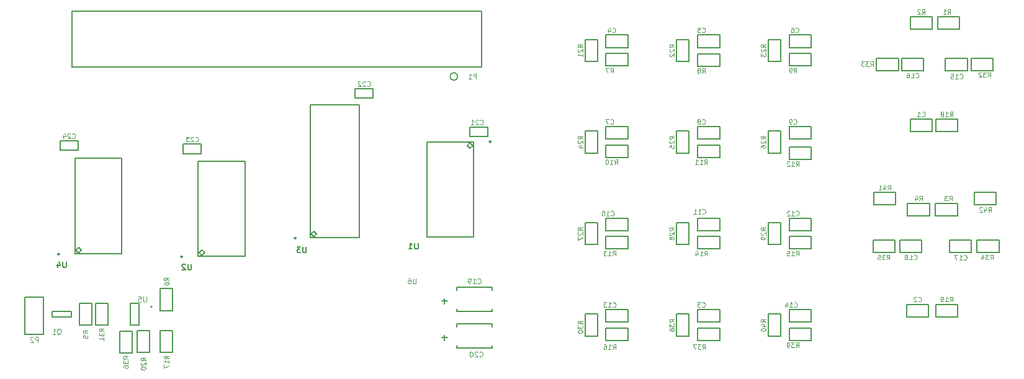
<source format=gbo>
G04 #@! TF.FileFunction,Legend,Bot*
%FSLAX46Y46*%
G04 Gerber Fmt 4.6, Leading zero omitted, Abs format (unit mm)*
G04 Created by KiCad (PCBNEW 4.0.6) date 11/21/17 15:35:42*
%MOMM*%
%LPD*%
G01*
G04 APERTURE LIST*
%ADD10C,0.100000*%
%ADD11C,0.150000*%
%ADD12C,0.200000*%
%ADD13C,0.097500*%
G04 APERTURE END LIST*
D10*
D11*
X65808000Y31500000D02*
X72192000Y31500000D01*
X72192000Y31500000D02*
X72192000Y18500000D01*
X72192000Y18500000D02*
X65808000Y18500000D01*
X65808000Y18500000D02*
X65808000Y31500000D01*
X74573000Y31569000D02*
X74446000Y31696000D01*
X74446000Y31696000D02*
X74319000Y31569000D01*
X74319000Y31569000D02*
X74446000Y31442000D01*
X74446000Y31442000D02*
X74573000Y31569000D01*
X72065000Y30992000D02*
X71684000Y31373000D01*
X71684000Y31373000D02*
X71303000Y30992000D01*
X71303000Y30992000D02*
X71684000Y30611000D01*
X71684000Y30611000D02*
X72065000Y30992000D01*
X40992000Y15900000D02*
X34608000Y15900000D01*
X34608000Y15900000D02*
X34608000Y28900000D01*
X34608000Y28900000D02*
X40992000Y28900000D01*
X40992000Y28900000D02*
X40992000Y15900000D01*
X32227000Y15831000D02*
X32354000Y15704000D01*
X32354000Y15704000D02*
X32481000Y15831000D01*
X32481000Y15831000D02*
X32354000Y15958000D01*
X32354000Y15958000D02*
X32227000Y15831000D01*
X34735000Y16408000D02*
X35116000Y16027000D01*
X35116000Y16027000D02*
X35497000Y16408000D01*
X35497000Y16408000D02*
X35116000Y16789000D01*
X35116000Y16789000D02*
X34735000Y16408000D01*
X56592000Y18450000D02*
X49908000Y18450000D01*
X49908000Y18450000D02*
X49908000Y36550000D01*
X49908000Y36550000D02*
X56592000Y36550000D01*
X56592000Y36550000D02*
X56592000Y18450000D01*
X47727000Y18391000D02*
X47854000Y18264000D01*
X47854000Y18264000D02*
X47981000Y18391000D01*
X47981000Y18391000D02*
X47854000Y18518000D01*
X47854000Y18518000D02*
X47727000Y18391000D01*
X50035000Y18958000D02*
X50416000Y18577000D01*
X50416000Y18577000D02*
X50797000Y18958000D01*
X50797000Y18958000D02*
X50416000Y19339000D01*
X50416000Y19339000D02*
X50035000Y18958000D01*
D12*
X90250000Y44400000D02*
X93250000Y44400000D01*
X93250000Y44400000D02*
X93250000Y46100000D01*
X93250000Y46100000D02*
X90250000Y46100000D01*
X90250000Y46100000D02*
X90250000Y44400000D01*
X102750000Y44400000D02*
X105750000Y44400000D01*
X105750000Y44400000D02*
X105750000Y46100000D01*
X105750000Y46100000D02*
X102750000Y46100000D01*
X102750000Y46100000D02*
X102750000Y44400000D01*
X115250000Y44400000D02*
X118250000Y44400000D01*
X118250000Y44400000D02*
X118250000Y46100000D01*
X118250000Y46100000D02*
X115250000Y46100000D01*
X115250000Y46100000D02*
X115250000Y44400000D01*
X90250000Y31900000D02*
X93250000Y31900000D01*
X93250000Y31900000D02*
X93250000Y33600000D01*
X93250000Y33600000D02*
X90250000Y33600000D01*
X90250000Y33600000D02*
X90250000Y31900000D01*
X102750000Y31900000D02*
X105750000Y31900000D01*
X105750000Y31900000D02*
X105750000Y33600000D01*
X105750000Y33600000D02*
X102750000Y33600000D01*
X102750000Y33600000D02*
X102750000Y31900000D01*
X115250000Y31900000D02*
X118250000Y31900000D01*
X118250000Y31900000D02*
X118250000Y33600000D01*
X118250000Y33600000D02*
X115250000Y33600000D01*
X115250000Y33600000D02*
X115250000Y31900000D01*
X90250000Y19400000D02*
X93250000Y19400000D01*
X93250000Y19400000D02*
X93250000Y21100000D01*
X93250000Y21100000D02*
X90250000Y21100000D01*
X90250000Y21100000D02*
X90250000Y19400000D01*
X102750000Y19400000D02*
X105750000Y19400000D01*
X105750000Y19400000D02*
X105750000Y21100000D01*
X105750000Y21100000D02*
X102750000Y21100000D01*
X102750000Y21100000D02*
X102750000Y19400000D01*
X115250000Y19400000D02*
X118250000Y19400000D01*
X118250000Y19400000D02*
X118250000Y21100000D01*
X118250000Y21100000D02*
X115250000Y21100000D01*
X115250000Y21100000D02*
X115250000Y19400000D01*
X90250000Y6900000D02*
X93250000Y6900000D01*
X93250000Y6900000D02*
X93250000Y8600000D01*
X93250000Y8600000D02*
X90250000Y8600000D01*
X90250000Y8600000D02*
X90250000Y6900000D01*
X139550000Y42950000D02*
X136550000Y42950000D01*
X136550000Y42950000D02*
X136550000Y41250000D01*
X136550000Y41250000D02*
X139550000Y41250000D01*
X139550000Y41250000D02*
X139550000Y42950000D01*
X130600000Y41250000D02*
X133600000Y41250000D01*
X133600000Y41250000D02*
X133600000Y42950000D01*
X133600000Y42950000D02*
X130600000Y42950000D01*
X130600000Y42950000D02*
X130600000Y41250000D01*
X140100000Y18150000D02*
X137100000Y18150000D01*
X137100000Y18150000D02*
X137100000Y16450000D01*
X137100000Y16450000D02*
X140100000Y16450000D01*
X140100000Y16450000D02*
X140100000Y18150000D01*
X130350000Y16450000D02*
X133350000Y16450000D01*
X133350000Y16450000D02*
X133350000Y18150000D01*
X133350000Y18150000D02*
X130350000Y18150000D01*
X130350000Y18150000D02*
X130350000Y16450000D01*
D11*
X73310000Y49330000D02*
X17430000Y49330000D01*
X17430000Y41710000D02*
X73310000Y41710000D01*
X17430000Y49330000D02*
X17430000Y41710000D01*
X70023634Y40440000D02*
G75*
G03X70023634Y40440000I-523634J0D01*
G01*
X73310000Y49330000D02*
X73310000Y41710000D01*
D12*
X135500000Y46900000D02*
X138500000Y46900000D01*
X138500000Y46900000D02*
X138500000Y48600000D01*
X138500000Y48600000D02*
X135500000Y48600000D01*
X135500000Y48600000D02*
X135500000Y46900000D01*
X134750000Y48600000D02*
X131750000Y48600000D01*
X131750000Y48600000D02*
X131750000Y46900000D01*
X131750000Y46900000D02*
X134750000Y46900000D01*
X134750000Y46900000D02*
X134750000Y48600000D01*
X135200000Y21450000D02*
X138200000Y21450000D01*
X138200000Y21450000D02*
X138200000Y23150000D01*
X138200000Y23150000D02*
X135200000Y23150000D01*
X135200000Y23150000D02*
X135200000Y21450000D01*
X134400000Y23150000D02*
X131400000Y23150000D01*
X131400000Y23150000D02*
X131400000Y21450000D01*
X131400000Y21450000D02*
X134400000Y21450000D01*
X134400000Y21450000D02*
X134400000Y23150000D01*
X93250000Y43600000D02*
X90250000Y43600000D01*
X90250000Y43600000D02*
X90250000Y41900000D01*
X90250000Y41900000D02*
X93250000Y41900000D01*
X93250000Y41900000D02*
X93250000Y43600000D01*
X105750000Y43550000D02*
X102750000Y43550000D01*
X102750000Y43550000D02*
X102750000Y41850000D01*
X102750000Y41850000D02*
X105750000Y41850000D01*
X105750000Y41850000D02*
X105750000Y43550000D01*
X118250000Y43600000D02*
X115250000Y43600000D01*
X115250000Y43600000D02*
X115250000Y41900000D01*
X115250000Y41900000D02*
X118250000Y41900000D01*
X118250000Y41900000D02*
X118250000Y43600000D01*
X93250000Y31100000D02*
X90250000Y31100000D01*
X90250000Y31100000D02*
X90250000Y29400000D01*
X90250000Y29400000D02*
X93250000Y29400000D01*
X93250000Y29400000D02*
X93250000Y31100000D01*
X105750000Y31100000D02*
X102750000Y31100000D01*
X102750000Y31100000D02*
X102750000Y29400000D01*
X102750000Y29400000D02*
X105750000Y29400000D01*
X105750000Y29400000D02*
X105750000Y31100000D01*
X118250000Y30850000D02*
X115250000Y30850000D01*
X115250000Y30850000D02*
X115250000Y29150000D01*
X115250000Y29150000D02*
X118250000Y29150000D01*
X118250000Y29150000D02*
X118250000Y30850000D01*
X93250000Y18600000D02*
X90250000Y18600000D01*
X90250000Y18600000D02*
X90250000Y16900000D01*
X90250000Y16900000D02*
X93250000Y16900000D01*
X93250000Y16900000D02*
X93250000Y18600000D01*
X105750000Y18600000D02*
X102750000Y18600000D01*
X102750000Y18600000D02*
X102750000Y16900000D01*
X102750000Y16900000D02*
X105750000Y16900000D01*
X105750000Y16900000D02*
X105750000Y18600000D01*
X118250000Y18600000D02*
X115250000Y18600000D01*
X115250000Y18600000D02*
X115250000Y16900000D01*
X115250000Y16900000D02*
X118250000Y16900000D01*
X118250000Y16900000D02*
X118250000Y18600000D01*
X93250000Y6100000D02*
X90250000Y6100000D01*
X90250000Y6100000D02*
X90250000Y4400000D01*
X90250000Y4400000D02*
X93250000Y4400000D01*
X93250000Y4400000D02*
X93250000Y6100000D01*
X138250000Y34600000D02*
X135250000Y34600000D01*
X135250000Y34600000D02*
X135250000Y32900000D01*
X135250000Y32900000D02*
X138250000Y32900000D01*
X138250000Y32900000D02*
X138250000Y34600000D01*
X138250000Y9350000D02*
X135250000Y9350000D01*
X135250000Y9350000D02*
X135250000Y7650000D01*
X135250000Y7650000D02*
X138250000Y7650000D01*
X138250000Y7650000D02*
X138250000Y9350000D01*
X87400000Y45500000D02*
X87400000Y42500000D01*
X87400000Y42500000D02*
X89100000Y42500000D01*
X89100000Y42500000D02*
X89100000Y45500000D01*
X89100000Y45500000D02*
X87400000Y45500000D01*
X99900000Y45500000D02*
X99900000Y42500000D01*
X99900000Y42500000D02*
X101600000Y42500000D01*
X101600000Y42500000D02*
X101600000Y45500000D01*
X101600000Y45500000D02*
X99900000Y45500000D01*
X112400000Y45500000D02*
X112400000Y42500000D01*
X112400000Y42500000D02*
X114100000Y42500000D01*
X114100000Y42500000D02*
X114100000Y45500000D01*
X114100000Y45500000D02*
X112400000Y45500000D01*
X87400000Y33000000D02*
X87400000Y30000000D01*
X87400000Y30000000D02*
X89100000Y30000000D01*
X89100000Y30000000D02*
X89100000Y33000000D01*
X89100000Y33000000D02*
X87400000Y33000000D01*
X99900000Y33000000D02*
X99900000Y30000000D01*
X99900000Y30000000D02*
X101600000Y30000000D01*
X101600000Y30000000D02*
X101600000Y33000000D01*
X101600000Y33000000D02*
X99900000Y33000000D01*
X112400000Y33000000D02*
X112400000Y30000000D01*
X112400000Y30000000D02*
X114100000Y30000000D01*
X114100000Y30000000D02*
X114100000Y33000000D01*
X114100000Y33000000D02*
X112400000Y33000000D01*
X87400000Y20500000D02*
X87400000Y17500000D01*
X87400000Y17500000D02*
X89100000Y17500000D01*
X89100000Y17500000D02*
X89100000Y20500000D01*
X89100000Y20500000D02*
X87400000Y20500000D01*
X99900000Y20500000D02*
X99900000Y17500000D01*
X99900000Y17500000D02*
X101600000Y17500000D01*
X101600000Y17500000D02*
X101600000Y20500000D01*
X101600000Y20500000D02*
X99900000Y20500000D01*
X112400000Y20500000D02*
X112400000Y17500000D01*
X112400000Y17500000D02*
X114100000Y17500000D01*
X114100000Y17500000D02*
X114100000Y20500000D01*
X114100000Y20500000D02*
X112400000Y20500000D01*
X87400000Y8000000D02*
X87400000Y5000000D01*
X87400000Y5000000D02*
X89100000Y5000000D01*
X89100000Y5000000D02*
X89100000Y8000000D01*
X89100000Y8000000D02*
X87400000Y8000000D01*
X143050000Y42950000D02*
X140050000Y42950000D01*
X140050000Y42950000D02*
X140050000Y41250000D01*
X140050000Y41250000D02*
X143050000Y41250000D01*
X143050000Y41250000D02*
X143050000Y42950000D01*
X127150000Y41250000D02*
X130150000Y41250000D01*
X130150000Y41250000D02*
X130150000Y42950000D01*
X130150000Y42950000D02*
X127150000Y42950000D01*
X127150000Y42950000D02*
X127150000Y41250000D01*
X143850000Y18150000D02*
X140850000Y18150000D01*
X140850000Y18150000D02*
X140850000Y16450000D01*
X140850000Y16450000D02*
X143850000Y16450000D01*
X143850000Y16450000D02*
X143850000Y18150000D01*
X126700000Y16450000D02*
X129700000Y16450000D01*
X129700000Y16450000D02*
X129700000Y18150000D01*
X129700000Y18150000D02*
X126700000Y18150000D01*
X126700000Y18150000D02*
X126700000Y16450000D01*
X105750000Y6100000D02*
X102750000Y6100000D01*
X102750000Y6100000D02*
X102750000Y4400000D01*
X102750000Y4400000D02*
X105750000Y4400000D01*
X105750000Y4400000D02*
X105750000Y6100000D01*
X134750000Y34600000D02*
X131750000Y34600000D01*
X131750000Y34600000D02*
X131750000Y32900000D01*
X131750000Y32900000D02*
X134750000Y32900000D01*
X134750000Y32900000D02*
X134750000Y34600000D01*
X134250000Y9350000D02*
X131250000Y9350000D01*
X131250000Y9350000D02*
X131250000Y7650000D01*
X131250000Y7650000D02*
X134250000Y7650000D01*
X134250000Y7650000D02*
X134250000Y9350000D01*
X102750000Y6900000D02*
X105750000Y6900000D01*
X105750000Y6900000D02*
X105750000Y8600000D01*
X105750000Y8600000D02*
X102750000Y8600000D01*
X102750000Y8600000D02*
X102750000Y6900000D01*
X115250000Y6900000D02*
X118250000Y6900000D01*
X118250000Y6900000D02*
X118250000Y8600000D01*
X118250000Y8600000D02*
X115250000Y8600000D01*
X115250000Y8600000D02*
X115250000Y6900000D01*
D11*
X13520000Y10310000D02*
X10980000Y10310000D01*
X10980000Y10310000D02*
X10980000Y5230000D01*
X10980000Y5230000D02*
X13520000Y5230000D01*
X13520000Y5230000D02*
X13520000Y10310000D01*
X17300000Y8400000D02*
X17300000Y7600000D01*
X17300000Y7600000D02*
X14700000Y7600000D01*
X14700000Y7600000D02*
X14700000Y8400000D01*
X14700000Y8400000D02*
X17300000Y8400000D01*
D12*
X99900000Y8000000D02*
X99900000Y5000000D01*
X99900000Y5000000D02*
X101600000Y5000000D01*
X101600000Y5000000D02*
X101600000Y8000000D01*
X101600000Y8000000D02*
X99900000Y8000000D01*
X118250000Y6100000D02*
X115250000Y6100000D01*
X115250000Y6100000D02*
X115250000Y4400000D01*
X115250000Y4400000D02*
X118250000Y4400000D01*
X118250000Y4400000D02*
X118250000Y6100000D01*
X112400000Y8000000D02*
X112400000Y5000000D01*
X112400000Y5000000D02*
X114100000Y5000000D01*
X114100000Y5000000D02*
X114100000Y8000000D01*
X114100000Y8000000D02*
X112400000Y8000000D01*
D11*
X24192000Y16250000D02*
X17808000Y16250000D01*
X17808000Y16250000D02*
X17808000Y29250000D01*
X17808000Y29250000D02*
X24192000Y29250000D01*
X24192000Y29250000D02*
X24192000Y16250000D01*
X15427000Y16181000D02*
X15554000Y16054000D01*
X15554000Y16054000D02*
X15681000Y16181000D01*
X15681000Y16181000D02*
X15554000Y16308000D01*
X15554000Y16308000D02*
X15427000Y16181000D01*
X17935000Y16758000D02*
X18316000Y16377000D01*
X18316000Y16377000D02*
X18697000Y16758000D01*
X18697000Y16758000D02*
X18316000Y17139000D01*
X18316000Y17139000D02*
X17935000Y16758000D01*
X25350000Y9500000D02*
X25350000Y6500000D01*
X25350000Y6500000D02*
X26550000Y6500000D01*
X26550000Y6500000D02*
X26550000Y9500000D01*
X26550000Y9500000D02*
X25350000Y9500000D01*
X28350000Y9000000D02*
G75*
G03X28350000Y9000000I-100000J0D01*
G01*
D12*
X20100000Y6500000D02*
X20100000Y9500000D01*
X20100000Y9500000D02*
X18400000Y9500000D01*
X18400000Y9500000D02*
X18400000Y6500000D01*
X18400000Y6500000D02*
X20100000Y6500000D01*
X29450000Y11500000D02*
X29450000Y8500000D01*
X29450000Y8500000D02*
X31150000Y8500000D01*
X31150000Y8500000D02*
X31150000Y11500000D01*
X31150000Y11500000D02*
X29450000Y11500000D01*
X29450000Y5750000D02*
X29450000Y2750000D01*
X29450000Y2750000D02*
X31150000Y2750000D01*
X31150000Y2750000D02*
X31150000Y5750000D01*
X31150000Y5750000D02*
X29450000Y5750000D01*
X26300000Y5750000D02*
X26300000Y2750000D01*
X26300000Y2750000D02*
X28000000Y2750000D01*
X28000000Y2750000D02*
X28000000Y5750000D01*
X28000000Y5750000D02*
X26300000Y5750000D01*
X22300000Y6500000D02*
X22300000Y9500000D01*
X22300000Y9500000D02*
X20600000Y9500000D01*
X20600000Y9500000D02*
X20600000Y6500000D01*
X20600000Y6500000D02*
X22300000Y6500000D01*
X23900000Y5700000D02*
X23900000Y2700000D01*
X23900000Y2700000D02*
X25600000Y2700000D01*
X25600000Y2700000D02*
X25600000Y5700000D01*
X25600000Y5700000D02*
X23900000Y5700000D01*
X129750000Y24600000D02*
X126750000Y24600000D01*
X126750000Y24600000D02*
X126750000Y22900000D01*
X126750000Y22900000D02*
X129750000Y22900000D01*
X129750000Y22900000D02*
X129750000Y24600000D01*
X140500000Y22900000D02*
X143500000Y22900000D01*
X143500000Y22900000D02*
X143500000Y24600000D01*
X143500000Y24600000D02*
X140500000Y24600000D01*
X140500000Y24600000D02*
X140500000Y22900000D01*
D11*
X74713000Y11270000D02*
X74713000Y11651000D01*
X74713000Y11651000D02*
X69887000Y11651000D01*
X69887000Y11651000D02*
X69887000Y11270000D01*
X69887000Y8730000D02*
X69887000Y8349000D01*
X69887000Y8349000D02*
X74713000Y8349000D01*
X74713000Y8349000D02*
X74713000Y8730000D01*
X74713000Y6270000D02*
X74713000Y6651000D01*
X74713000Y6651000D02*
X69887000Y6651000D01*
X69887000Y6651000D02*
X69887000Y6270000D01*
X69887000Y3730000D02*
X69887000Y3349000D01*
X69887000Y3349000D02*
X74713000Y3349000D01*
X74713000Y3349000D02*
X74713000Y3730000D01*
D12*
X71650000Y32250000D02*
X74150000Y32250000D01*
X74150000Y32250000D02*
X74150000Y33550000D01*
X74150000Y33550000D02*
X71650000Y33550000D01*
X71650000Y33550000D02*
X71650000Y32250000D01*
X56000000Y37500000D02*
X58500000Y37500000D01*
X58500000Y37500000D02*
X58500000Y38800000D01*
X58500000Y38800000D02*
X56000000Y38800000D01*
X56000000Y38800000D02*
X56000000Y37500000D01*
X35050000Y31200000D02*
X32550000Y31200000D01*
X32550000Y31200000D02*
X32550000Y29900000D01*
X32550000Y29900000D02*
X35050000Y29900000D01*
X35050000Y29900000D02*
X35050000Y31200000D01*
X18250000Y31650000D02*
X15750000Y31650000D01*
X15750000Y31650000D02*
X15750000Y30350000D01*
X15750000Y30350000D02*
X18250000Y30350000D01*
X18250000Y30350000D02*
X18250000Y31650000D01*
D11*
X64609524Y17688095D02*
X64609524Y17040476D01*
X64571429Y16964286D01*
X64533333Y16926190D01*
X64457143Y16888095D01*
X64304762Y16888095D01*
X64228571Y16926190D01*
X64190476Y16964286D01*
X64152381Y17040476D01*
X64152381Y17688095D01*
X63352381Y16888095D02*
X63809524Y16888095D01*
X63580953Y16888095D02*
X63580953Y17688095D01*
X63657143Y17573810D01*
X63733334Y17497619D01*
X63809524Y17459524D01*
X33659524Y14838095D02*
X33659524Y14190476D01*
X33621429Y14114286D01*
X33583333Y14076190D01*
X33507143Y14038095D01*
X33354762Y14038095D01*
X33278571Y14076190D01*
X33240476Y14114286D01*
X33202381Y14190476D01*
X33202381Y14838095D01*
X32859524Y14761905D02*
X32821429Y14800000D01*
X32745238Y14838095D01*
X32554762Y14838095D01*
X32478572Y14800000D01*
X32440476Y14761905D01*
X32402381Y14685714D01*
X32402381Y14609524D01*
X32440476Y14495238D01*
X32897619Y14038095D01*
X32402381Y14038095D01*
X49359524Y17188095D02*
X49359524Y16540476D01*
X49321429Y16464286D01*
X49283333Y16426190D01*
X49207143Y16388095D01*
X49054762Y16388095D01*
X48978571Y16426190D01*
X48940476Y16464286D01*
X48902381Y16540476D01*
X48902381Y17188095D01*
X48597619Y17188095D02*
X48102381Y17188095D01*
X48369048Y16883333D01*
X48254762Y16883333D01*
X48178572Y16845238D01*
X48140476Y16807143D01*
X48102381Y16730952D01*
X48102381Y16540476D01*
X48140476Y16464286D01*
X48178572Y16426190D01*
X48254762Y16388095D01*
X48483334Y16388095D01*
X48559524Y16426190D01*
X48597619Y16464286D01*
D13*
X91108334Y46517857D02*
X91139286Y46486905D01*
X91232143Y46455952D01*
X91294048Y46455952D01*
X91386905Y46486905D01*
X91448810Y46548810D01*
X91479762Y46610714D01*
X91510714Y46734524D01*
X91510714Y46827381D01*
X91479762Y46951190D01*
X91448810Y47013095D01*
X91386905Y47075000D01*
X91294048Y47105952D01*
X91232143Y47105952D01*
X91139286Y47075000D01*
X91108334Y47044048D01*
X90551191Y46889286D02*
X90551191Y46455952D01*
X90705953Y47136905D02*
X90860714Y46672619D01*
X90458334Y46672619D01*
X103358334Y46517857D02*
X103389286Y46486905D01*
X103482143Y46455952D01*
X103544048Y46455952D01*
X103636905Y46486905D01*
X103698810Y46548810D01*
X103729762Y46610714D01*
X103760714Y46734524D01*
X103760714Y46827381D01*
X103729762Y46951190D01*
X103698810Y47013095D01*
X103636905Y47075000D01*
X103544048Y47105952D01*
X103482143Y47105952D01*
X103389286Y47075000D01*
X103358334Y47044048D01*
X102770238Y47105952D02*
X103079762Y47105952D01*
X103110714Y46796429D01*
X103079762Y46827381D01*
X103017857Y46858333D01*
X102863095Y46858333D01*
X102801191Y46827381D01*
X102770238Y46796429D01*
X102739286Y46734524D01*
X102739286Y46579762D01*
X102770238Y46517857D01*
X102801191Y46486905D01*
X102863095Y46455952D01*
X103017857Y46455952D01*
X103079762Y46486905D01*
X103110714Y46517857D01*
X116108334Y46517857D02*
X116139286Y46486905D01*
X116232143Y46455952D01*
X116294048Y46455952D01*
X116386905Y46486905D01*
X116448810Y46548810D01*
X116479762Y46610714D01*
X116510714Y46734524D01*
X116510714Y46827381D01*
X116479762Y46951190D01*
X116448810Y47013095D01*
X116386905Y47075000D01*
X116294048Y47105952D01*
X116232143Y47105952D01*
X116139286Y47075000D01*
X116108334Y47044048D01*
X115551191Y47105952D02*
X115675000Y47105952D01*
X115736905Y47075000D01*
X115767857Y47044048D01*
X115829762Y46951190D01*
X115860714Y46827381D01*
X115860714Y46579762D01*
X115829762Y46517857D01*
X115798810Y46486905D01*
X115736905Y46455952D01*
X115613095Y46455952D01*
X115551191Y46486905D01*
X115520238Y46517857D01*
X115489286Y46579762D01*
X115489286Y46734524D01*
X115520238Y46796429D01*
X115551191Y46827381D01*
X115613095Y46858333D01*
X115736905Y46858333D01*
X115798810Y46827381D01*
X115829762Y46796429D01*
X115860714Y46734524D01*
X90858334Y34017857D02*
X90889286Y33986905D01*
X90982143Y33955952D01*
X91044048Y33955952D01*
X91136905Y33986905D01*
X91198810Y34048810D01*
X91229762Y34110714D01*
X91260714Y34234524D01*
X91260714Y34327381D01*
X91229762Y34451190D01*
X91198810Y34513095D01*
X91136905Y34575000D01*
X91044048Y34605952D01*
X90982143Y34605952D01*
X90889286Y34575000D01*
X90858334Y34544048D01*
X90641667Y34605952D02*
X90208334Y34605952D01*
X90486905Y33955952D01*
X103358334Y34017857D02*
X103389286Y33986905D01*
X103482143Y33955952D01*
X103544048Y33955952D01*
X103636905Y33986905D01*
X103698810Y34048810D01*
X103729762Y34110714D01*
X103760714Y34234524D01*
X103760714Y34327381D01*
X103729762Y34451190D01*
X103698810Y34513095D01*
X103636905Y34575000D01*
X103544048Y34605952D01*
X103482143Y34605952D01*
X103389286Y34575000D01*
X103358334Y34544048D01*
X102986905Y34327381D02*
X103048810Y34358333D01*
X103079762Y34389286D01*
X103110714Y34451190D01*
X103110714Y34482143D01*
X103079762Y34544048D01*
X103048810Y34575000D01*
X102986905Y34605952D01*
X102863095Y34605952D01*
X102801191Y34575000D01*
X102770238Y34544048D01*
X102739286Y34482143D01*
X102739286Y34451190D01*
X102770238Y34389286D01*
X102801191Y34358333D01*
X102863095Y34327381D01*
X102986905Y34327381D01*
X103048810Y34296429D01*
X103079762Y34265476D01*
X103110714Y34203571D01*
X103110714Y34079762D01*
X103079762Y34017857D01*
X103048810Y33986905D01*
X102986905Y33955952D01*
X102863095Y33955952D01*
X102801191Y33986905D01*
X102770238Y34017857D01*
X102739286Y34079762D01*
X102739286Y34203571D01*
X102770238Y34265476D01*
X102801191Y34296429D01*
X102863095Y34327381D01*
X115858334Y34017857D02*
X115889286Y33986905D01*
X115982143Y33955952D01*
X116044048Y33955952D01*
X116136905Y33986905D01*
X116198810Y34048810D01*
X116229762Y34110714D01*
X116260714Y34234524D01*
X116260714Y34327381D01*
X116229762Y34451190D01*
X116198810Y34513095D01*
X116136905Y34575000D01*
X116044048Y34605952D01*
X115982143Y34605952D01*
X115889286Y34575000D01*
X115858334Y34544048D01*
X115548810Y33955952D02*
X115425000Y33955952D01*
X115363095Y33986905D01*
X115332143Y34017857D01*
X115270238Y34110714D01*
X115239286Y34234524D01*
X115239286Y34482143D01*
X115270238Y34544048D01*
X115301191Y34575000D01*
X115363095Y34605952D01*
X115486905Y34605952D01*
X115548810Y34575000D01*
X115579762Y34544048D01*
X115610714Y34482143D01*
X115610714Y34327381D01*
X115579762Y34265476D01*
X115548810Y34234524D01*
X115486905Y34203571D01*
X115363095Y34203571D01*
X115301191Y34234524D01*
X115270238Y34265476D01*
X115239286Y34327381D01*
X90917858Y21517857D02*
X90948810Y21486905D01*
X91041667Y21455952D01*
X91103572Y21455952D01*
X91196429Y21486905D01*
X91258334Y21548810D01*
X91289286Y21610714D01*
X91320238Y21734524D01*
X91320238Y21827381D01*
X91289286Y21951190D01*
X91258334Y22013095D01*
X91196429Y22075000D01*
X91103572Y22105952D01*
X91041667Y22105952D01*
X90948810Y22075000D01*
X90917858Y22044048D01*
X90298810Y21455952D02*
X90670238Y21455952D01*
X90484524Y21455952D02*
X90484524Y22105952D01*
X90546429Y22013095D01*
X90608334Y21951190D01*
X90670238Y21920238D01*
X89896429Y22105952D02*
X89834524Y22105952D01*
X89772619Y22075000D01*
X89741667Y22044048D01*
X89710714Y21982143D01*
X89679762Y21858333D01*
X89679762Y21703571D01*
X89710714Y21579762D01*
X89741667Y21517857D01*
X89772619Y21486905D01*
X89834524Y21455952D01*
X89896429Y21455952D01*
X89958333Y21486905D01*
X89989286Y21517857D01*
X90020238Y21579762D01*
X90051190Y21703571D01*
X90051190Y21858333D01*
X90020238Y21982143D01*
X89989286Y22044048D01*
X89958333Y22075000D01*
X89896429Y22105952D01*
X103417858Y21767857D02*
X103448810Y21736905D01*
X103541667Y21705952D01*
X103603572Y21705952D01*
X103696429Y21736905D01*
X103758334Y21798810D01*
X103789286Y21860714D01*
X103820238Y21984524D01*
X103820238Y22077381D01*
X103789286Y22201190D01*
X103758334Y22263095D01*
X103696429Y22325000D01*
X103603572Y22355952D01*
X103541667Y22355952D01*
X103448810Y22325000D01*
X103417858Y22294048D01*
X102798810Y21705952D02*
X103170238Y21705952D01*
X102984524Y21705952D02*
X102984524Y22355952D01*
X103046429Y22263095D01*
X103108334Y22201190D01*
X103170238Y22170238D01*
X102179762Y21705952D02*
X102551190Y21705952D01*
X102365476Y21705952D02*
X102365476Y22355952D01*
X102427381Y22263095D01*
X102489286Y22201190D01*
X102551190Y22170238D01*
X116167858Y21517857D02*
X116198810Y21486905D01*
X116291667Y21455952D01*
X116353572Y21455952D01*
X116446429Y21486905D01*
X116508334Y21548810D01*
X116539286Y21610714D01*
X116570238Y21734524D01*
X116570238Y21827381D01*
X116539286Y21951190D01*
X116508334Y22013095D01*
X116446429Y22075000D01*
X116353572Y22105952D01*
X116291667Y22105952D01*
X116198810Y22075000D01*
X116167858Y22044048D01*
X115548810Y21455952D02*
X115920238Y21455952D01*
X115734524Y21455952D02*
X115734524Y22105952D01*
X115796429Y22013095D01*
X115858334Y21951190D01*
X115920238Y21920238D01*
X115301190Y22044048D02*
X115270238Y22075000D01*
X115208333Y22105952D01*
X115053571Y22105952D01*
X114991667Y22075000D01*
X114960714Y22044048D01*
X114929762Y21982143D01*
X114929762Y21920238D01*
X114960714Y21827381D01*
X115332143Y21455952D01*
X114929762Y21455952D01*
X91167858Y9017857D02*
X91198810Y8986905D01*
X91291667Y8955952D01*
X91353572Y8955952D01*
X91446429Y8986905D01*
X91508334Y9048810D01*
X91539286Y9110714D01*
X91570238Y9234524D01*
X91570238Y9327381D01*
X91539286Y9451190D01*
X91508334Y9513095D01*
X91446429Y9575000D01*
X91353572Y9605952D01*
X91291667Y9605952D01*
X91198810Y9575000D01*
X91167858Y9544048D01*
X90548810Y8955952D02*
X90920238Y8955952D01*
X90734524Y8955952D02*
X90734524Y9605952D01*
X90796429Y9513095D01*
X90858334Y9451190D01*
X90920238Y9420238D01*
X90332143Y9605952D02*
X89929762Y9605952D01*
X90146429Y9358333D01*
X90053571Y9358333D01*
X89991667Y9327381D01*
X89960714Y9296429D01*
X89929762Y9234524D01*
X89929762Y9079762D01*
X89960714Y9017857D01*
X89991667Y8986905D01*
X90053571Y8955952D01*
X90239286Y8955952D01*
X90301190Y8986905D01*
X90332143Y9017857D01*
X138517858Y40217857D02*
X138548810Y40186905D01*
X138641667Y40155952D01*
X138703572Y40155952D01*
X138796429Y40186905D01*
X138858334Y40248810D01*
X138889286Y40310714D01*
X138920238Y40434524D01*
X138920238Y40527381D01*
X138889286Y40651190D01*
X138858334Y40713095D01*
X138796429Y40775000D01*
X138703572Y40805952D01*
X138641667Y40805952D01*
X138548810Y40775000D01*
X138517858Y40744048D01*
X137898810Y40155952D02*
X138270238Y40155952D01*
X138084524Y40155952D02*
X138084524Y40805952D01*
X138146429Y40713095D01*
X138208334Y40651190D01*
X138270238Y40620238D01*
X137310714Y40805952D02*
X137620238Y40805952D01*
X137651190Y40496429D01*
X137620238Y40527381D01*
X137558333Y40558333D01*
X137403571Y40558333D01*
X137341667Y40527381D01*
X137310714Y40496429D01*
X137279762Y40434524D01*
X137279762Y40279762D01*
X137310714Y40217857D01*
X137341667Y40186905D01*
X137403571Y40155952D01*
X137558333Y40155952D01*
X137620238Y40186905D01*
X137651190Y40217857D01*
X132517858Y40317857D02*
X132548810Y40286905D01*
X132641667Y40255952D01*
X132703572Y40255952D01*
X132796429Y40286905D01*
X132858334Y40348810D01*
X132889286Y40410714D01*
X132920238Y40534524D01*
X132920238Y40627381D01*
X132889286Y40751190D01*
X132858334Y40813095D01*
X132796429Y40875000D01*
X132703572Y40905952D01*
X132641667Y40905952D01*
X132548810Y40875000D01*
X132517858Y40844048D01*
X131898810Y40255952D02*
X132270238Y40255952D01*
X132084524Y40255952D02*
X132084524Y40905952D01*
X132146429Y40813095D01*
X132208334Y40751190D01*
X132270238Y40720238D01*
X131341667Y40905952D02*
X131465476Y40905952D01*
X131527381Y40875000D01*
X131558333Y40844048D01*
X131620238Y40751190D01*
X131651190Y40627381D01*
X131651190Y40379762D01*
X131620238Y40317857D01*
X131589286Y40286905D01*
X131527381Y40255952D01*
X131403571Y40255952D01*
X131341667Y40286905D01*
X131310714Y40317857D01*
X131279762Y40379762D01*
X131279762Y40534524D01*
X131310714Y40596429D01*
X131341667Y40627381D01*
X131403571Y40658333D01*
X131527381Y40658333D01*
X131589286Y40627381D01*
X131620238Y40596429D01*
X131651190Y40534524D01*
X139067858Y15467857D02*
X139098810Y15436905D01*
X139191667Y15405952D01*
X139253572Y15405952D01*
X139346429Y15436905D01*
X139408334Y15498810D01*
X139439286Y15560714D01*
X139470238Y15684524D01*
X139470238Y15777381D01*
X139439286Y15901190D01*
X139408334Y15963095D01*
X139346429Y16025000D01*
X139253572Y16055952D01*
X139191667Y16055952D01*
X139098810Y16025000D01*
X139067858Y15994048D01*
X138448810Y15405952D02*
X138820238Y15405952D01*
X138634524Y15405952D02*
X138634524Y16055952D01*
X138696429Y15963095D01*
X138758334Y15901190D01*
X138820238Y15870238D01*
X138232143Y16055952D02*
X137798810Y16055952D01*
X138077381Y15405952D01*
X132267858Y15517857D02*
X132298810Y15486905D01*
X132391667Y15455952D01*
X132453572Y15455952D01*
X132546429Y15486905D01*
X132608334Y15548810D01*
X132639286Y15610714D01*
X132670238Y15734524D01*
X132670238Y15827381D01*
X132639286Y15951190D01*
X132608334Y16013095D01*
X132546429Y16075000D01*
X132453572Y16105952D01*
X132391667Y16105952D01*
X132298810Y16075000D01*
X132267858Y16044048D01*
X131648810Y15455952D02*
X132020238Y15455952D01*
X131834524Y15455952D02*
X131834524Y16105952D01*
X131896429Y16013095D01*
X131958334Y15951190D01*
X132020238Y15920238D01*
X131277381Y15827381D02*
X131339286Y15858333D01*
X131370238Y15889286D01*
X131401190Y15951190D01*
X131401190Y15982143D01*
X131370238Y16044048D01*
X131339286Y16075000D01*
X131277381Y16105952D01*
X131153571Y16105952D01*
X131091667Y16075000D01*
X131060714Y16044048D01*
X131029762Y15982143D01*
X131029762Y15951190D01*
X131060714Y15889286D01*
X131091667Y15858333D01*
X131153571Y15827381D01*
X131277381Y15827381D01*
X131339286Y15796429D01*
X131370238Y15765476D01*
X131401190Y15703571D01*
X131401190Y15579762D01*
X131370238Y15517857D01*
X131339286Y15486905D01*
X131277381Y15455952D01*
X131153571Y15455952D01*
X131091667Y15486905D01*
X131060714Y15517857D01*
X131029762Y15579762D01*
X131029762Y15703571D01*
X131060714Y15765476D01*
X131091667Y15796429D01*
X131153571Y15827381D01*
D10*
X72556666Y40123333D02*
X72556666Y40823333D01*
X72290000Y40823333D01*
X72223333Y40790000D01*
X72190000Y40756667D01*
X72156666Y40690000D01*
X72156666Y40590000D01*
X72190000Y40523333D01*
X72223333Y40490000D01*
X72290000Y40456667D01*
X72556666Y40456667D01*
X71490000Y40123333D02*
X71890000Y40123333D01*
X71690000Y40123333D02*
X71690000Y40823333D01*
X71756666Y40723333D01*
X71823333Y40656667D01*
X71890000Y40623333D01*
D13*
X136858334Y48955952D02*
X137075000Y49265476D01*
X137229762Y48955952D02*
X137229762Y49605952D01*
X136982143Y49605952D01*
X136920238Y49575000D01*
X136889286Y49544048D01*
X136858334Y49482143D01*
X136858334Y49389286D01*
X136889286Y49327381D01*
X136920238Y49296429D01*
X136982143Y49265476D01*
X137229762Y49265476D01*
X136239286Y48955952D02*
X136610714Y48955952D01*
X136425000Y48955952D02*
X136425000Y49605952D01*
X136486905Y49513095D01*
X136548810Y49451190D01*
X136610714Y49420238D01*
X133358334Y48955952D02*
X133575000Y49265476D01*
X133729762Y48955952D02*
X133729762Y49605952D01*
X133482143Y49605952D01*
X133420238Y49575000D01*
X133389286Y49544048D01*
X133358334Y49482143D01*
X133358334Y49389286D01*
X133389286Y49327381D01*
X133420238Y49296429D01*
X133482143Y49265476D01*
X133729762Y49265476D01*
X133110714Y49544048D02*
X133079762Y49575000D01*
X133017857Y49605952D01*
X132863095Y49605952D01*
X132801191Y49575000D01*
X132770238Y49544048D01*
X132739286Y49482143D01*
X132739286Y49420238D01*
X132770238Y49327381D01*
X133141667Y48955952D01*
X132739286Y48955952D01*
X137058334Y23505952D02*
X137275000Y23815476D01*
X137429762Y23505952D02*
X137429762Y24155952D01*
X137182143Y24155952D01*
X137120238Y24125000D01*
X137089286Y24094048D01*
X137058334Y24032143D01*
X137058334Y23939286D01*
X137089286Y23877381D01*
X137120238Y23846429D01*
X137182143Y23815476D01*
X137429762Y23815476D01*
X136841667Y24155952D02*
X136439286Y24155952D01*
X136655953Y23908333D01*
X136563095Y23908333D01*
X136501191Y23877381D01*
X136470238Y23846429D01*
X136439286Y23784524D01*
X136439286Y23629762D01*
X136470238Y23567857D01*
X136501191Y23536905D01*
X136563095Y23505952D01*
X136748810Y23505952D01*
X136810714Y23536905D01*
X136841667Y23567857D01*
X133008334Y23505952D02*
X133225000Y23815476D01*
X133379762Y23505952D02*
X133379762Y24155952D01*
X133132143Y24155952D01*
X133070238Y24125000D01*
X133039286Y24094048D01*
X133008334Y24032143D01*
X133008334Y23939286D01*
X133039286Y23877381D01*
X133070238Y23846429D01*
X133132143Y23815476D01*
X133379762Y23815476D01*
X132451191Y23939286D02*
X132451191Y23505952D01*
X132605953Y24186905D02*
X132760714Y23722619D01*
X132358334Y23722619D01*
X90858334Y40955952D02*
X91075000Y41265476D01*
X91229762Y40955952D02*
X91229762Y41605952D01*
X90982143Y41605952D01*
X90920238Y41575000D01*
X90889286Y41544048D01*
X90858334Y41482143D01*
X90858334Y41389286D01*
X90889286Y41327381D01*
X90920238Y41296429D01*
X90982143Y41265476D01*
X91229762Y41265476D01*
X90641667Y41605952D02*
X90208334Y41605952D01*
X90486905Y40955952D01*
X103358334Y40905952D02*
X103575000Y41215476D01*
X103729762Y40905952D02*
X103729762Y41555952D01*
X103482143Y41555952D01*
X103420238Y41525000D01*
X103389286Y41494048D01*
X103358334Y41432143D01*
X103358334Y41339286D01*
X103389286Y41277381D01*
X103420238Y41246429D01*
X103482143Y41215476D01*
X103729762Y41215476D01*
X102986905Y41277381D02*
X103048810Y41308333D01*
X103079762Y41339286D01*
X103110714Y41401190D01*
X103110714Y41432143D01*
X103079762Y41494048D01*
X103048810Y41525000D01*
X102986905Y41555952D01*
X102863095Y41555952D01*
X102801191Y41525000D01*
X102770238Y41494048D01*
X102739286Y41432143D01*
X102739286Y41401190D01*
X102770238Y41339286D01*
X102801191Y41308333D01*
X102863095Y41277381D01*
X102986905Y41277381D01*
X103048810Y41246429D01*
X103079762Y41215476D01*
X103110714Y41153571D01*
X103110714Y41029762D01*
X103079762Y40967857D01*
X103048810Y40936905D01*
X102986905Y40905952D01*
X102863095Y40905952D01*
X102801191Y40936905D01*
X102770238Y40967857D01*
X102739286Y41029762D01*
X102739286Y41153571D01*
X102770238Y41215476D01*
X102801191Y41246429D01*
X102863095Y41277381D01*
X115858334Y40955952D02*
X116075000Y41265476D01*
X116229762Y40955952D02*
X116229762Y41605952D01*
X115982143Y41605952D01*
X115920238Y41575000D01*
X115889286Y41544048D01*
X115858334Y41482143D01*
X115858334Y41389286D01*
X115889286Y41327381D01*
X115920238Y41296429D01*
X115982143Y41265476D01*
X116229762Y41265476D01*
X115548810Y40955952D02*
X115425000Y40955952D01*
X115363095Y40986905D01*
X115332143Y41017857D01*
X115270238Y41110714D01*
X115239286Y41234524D01*
X115239286Y41482143D01*
X115270238Y41544048D01*
X115301191Y41575000D01*
X115363095Y41605952D01*
X115486905Y41605952D01*
X115548810Y41575000D01*
X115579762Y41544048D01*
X115610714Y41482143D01*
X115610714Y41327381D01*
X115579762Y41265476D01*
X115548810Y41234524D01*
X115486905Y41203571D01*
X115363095Y41203571D01*
X115301191Y41234524D01*
X115270238Y41265476D01*
X115239286Y41327381D01*
X91417858Y28455952D02*
X91634524Y28765476D01*
X91789286Y28455952D02*
X91789286Y29105952D01*
X91541667Y29105952D01*
X91479762Y29075000D01*
X91448810Y29044048D01*
X91417858Y28982143D01*
X91417858Y28889286D01*
X91448810Y28827381D01*
X91479762Y28796429D01*
X91541667Y28765476D01*
X91789286Y28765476D01*
X90798810Y28455952D02*
X91170238Y28455952D01*
X90984524Y28455952D02*
X90984524Y29105952D01*
X91046429Y29013095D01*
X91108334Y28951190D01*
X91170238Y28920238D01*
X90396429Y29105952D02*
X90334524Y29105952D01*
X90272619Y29075000D01*
X90241667Y29044048D01*
X90210714Y28982143D01*
X90179762Y28858333D01*
X90179762Y28703571D01*
X90210714Y28579762D01*
X90241667Y28517857D01*
X90272619Y28486905D01*
X90334524Y28455952D01*
X90396429Y28455952D01*
X90458333Y28486905D01*
X90489286Y28517857D01*
X90520238Y28579762D01*
X90551190Y28703571D01*
X90551190Y28858333D01*
X90520238Y28982143D01*
X90489286Y29044048D01*
X90458333Y29075000D01*
X90396429Y29105952D01*
X103667858Y28455952D02*
X103884524Y28765476D01*
X104039286Y28455952D02*
X104039286Y29105952D01*
X103791667Y29105952D01*
X103729762Y29075000D01*
X103698810Y29044048D01*
X103667858Y28982143D01*
X103667858Y28889286D01*
X103698810Y28827381D01*
X103729762Y28796429D01*
X103791667Y28765476D01*
X104039286Y28765476D01*
X103048810Y28455952D02*
X103420238Y28455952D01*
X103234524Y28455952D02*
X103234524Y29105952D01*
X103296429Y29013095D01*
X103358334Y28951190D01*
X103420238Y28920238D01*
X102429762Y28455952D02*
X102801190Y28455952D01*
X102615476Y28455952D02*
X102615476Y29105952D01*
X102677381Y29013095D01*
X102739286Y28951190D01*
X102801190Y28920238D01*
X116167858Y28205952D02*
X116384524Y28515476D01*
X116539286Y28205952D02*
X116539286Y28855952D01*
X116291667Y28855952D01*
X116229762Y28825000D01*
X116198810Y28794048D01*
X116167858Y28732143D01*
X116167858Y28639286D01*
X116198810Y28577381D01*
X116229762Y28546429D01*
X116291667Y28515476D01*
X116539286Y28515476D01*
X115548810Y28205952D02*
X115920238Y28205952D01*
X115734524Y28205952D02*
X115734524Y28855952D01*
X115796429Y28763095D01*
X115858334Y28701190D01*
X115920238Y28670238D01*
X115301190Y28794048D02*
X115270238Y28825000D01*
X115208333Y28855952D01*
X115053571Y28855952D01*
X114991667Y28825000D01*
X114960714Y28794048D01*
X114929762Y28732143D01*
X114929762Y28670238D01*
X114960714Y28577381D01*
X115332143Y28205952D01*
X114929762Y28205952D01*
X91167858Y15955952D02*
X91384524Y16265476D01*
X91539286Y15955952D02*
X91539286Y16605952D01*
X91291667Y16605952D01*
X91229762Y16575000D01*
X91198810Y16544048D01*
X91167858Y16482143D01*
X91167858Y16389286D01*
X91198810Y16327381D01*
X91229762Y16296429D01*
X91291667Y16265476D01*
X91539286Y16265476D01*
X90548810Y15955952D02*
X90920238Y15955952D01*
X90734524Y15955952D02*
X90734524Y16605952D01*
X90796429Y16513095D01*
X90858334Y16451190D01*
X90920238Y16420238D01*
X90332143Y16605952D02*
X89929762Y16605952D01*
X90146429Y16358333D01*
X90053571Y16358333D01*
X89991667Y16327381D01*
X89960714Y16296429D01*
X89929762Y16234524D01*
X89929762Y16079762D01*
X89960714Y16017857D01*
X89991667Y15986905D01*
X90053571Y15955952D01*
X90239286Y15955952D01*
X90301190Y15986905D01*
X90332143Y16017857D01*
X103667858Y15955952D02*
X103884524Y16265476D01*
X104039286Y15955952D02*
X104039286Y16605952D01*
X103791667Y16605952D01*
X103729762Y16575000D01*
X103698810Y16544048D01*
X103667858Y16482143D01*
X103667858Y16389286D01*
X103698810Y16327381D01*
X103729762Y16296429D01*
X103791667Y16265476D01*
X104039286Y16265476D01*
X103048810Y15955952D02*
X103420238Y15955952D01*
X103234524Y15955952D02*
X103234524Y16605952D01*
X103296429Y16513095D01*
X103358334Y16451190D01*
X103420238Y16420238D01*
X102491667Y16389286D02*
X102491667Y15955952D01*
X102646429Y16636905D02*
X102801190Y16172619D01*
X102398810Y16172619D01*
X116167858Y15955952D02*
X116384524Y16265476D01*
X116539286Y15955952D02*
X116539286Y16605952D01*
X116291667Y16605952D01*
X116229762Y16575000D01*
X116198810Y16544048D01*
X116167858Y16482143D01*
X116167858Y16389286D01*
X116198810Y16327381D01*
X116229762Y16296429D01*
X116291667Y16265476D01*
X116539286Y16265476D01*
X115548810Y15955952D02*
X115920238Y15955952D01*
X115734524Y15955952D02*
X115734524Y16605952D01*
X115796429Y16513095D01*
X115858334Y16451190D01*
X115920238Y16420238D01*
X114960714Y16605952D02*
X115270238Y16605952D01*
X115301190Y16296429D01*
X115270238Y16327381D01*
X115208333Y16358333D01*
X115053571Y16358333D01*
X114991667Y16327381D01*
X114960714Y16296429D01*
X114929762Y16234524D01*
X114929762Y16079762D01*
X114960714Y16017857D01*
X114991667Y15986905D01*
X115053571Y15955952D01*
X115208333Y15955952D01*
X115270238Y15986905D01*
X115301190Y16017857D01*
X91167858Y3205952D02*
X91384524Y3515476D01*
X91539286Y3205952D02*
X91539286Y3855952D01*
X91291667Y3855952D01*
X91229762Y3825000D01*
X91198810Y3794048D01*
X91167858Y3732143D01*
X91167858Y3639286D01*
X91198810Y3577381D01*
X91229762Y3546429D01*
X91291667Y3515476D01*
X91539286Y3515476D01*
X90548810Y3205952D02*
X90920238Y3205952D01*
X90734524Y3205952D02*
X90734524Y3855952D01*
X90796429Y3763095D01*
X90858334Y3701190D01*
X90920238Y3670238D01*
X89991667Y3855952D02*
X90115476Y3855952D01*
X90177381Y3825000D01*
X90208333Y3794048D01*
X90270238Y3701190D01*
X90301190Y3577381D01*
X90301190Y3329762D01*
X90270238Y3267857D01*
X90239286Y3236905D01*
X90177381Y3205952D01*
X90053571Y3205952D01*
X89991667Y3236905D01*
X89960714Y3267857D01*
X89929762Y3329762D01*
X89929762Y3484524D01*
X89960714Y3546429D01*
X89991667Y3577381D01*
X90053571Y3608333D01*
X90177381Y3608333D01*
X90239286Y3577381D01*
X90270238Y3546429D01*
X90301190Y3484524D01*
X137167858Y34955952D02*
X137384524Y35265476D01*
X137539286Y34955952D02*
X137539286Y35605952D01*
X137291667Y35605952D01*
X137229762Y35575000D01*
X137198810Y35544048D01*
X137167858Y35482143D01*
X137167858Y35389286D01*
X137198810Y35327381D01*
X137229762Y35296429D01*
X137291667Y35265476D01*
X137539286Y35265476D01*
X136548810Y34955952D02*
X136920238Y34955952D01*
X136734524Y34955952D02*
X136734524Y35605952D01*
X136796429Y35513095D01*
X136858334Y35451190D01*
X136920238Y35420238D01*
X136177381Y35327381D02*
X136239286Y35358333D01*
X136270238Y35389286D01*
X136301190Y35451190D01*
X136301190Y35482143D01*
X136270238Y35544048D01*
X136239286Y35575000D01*
X136177381Y35605952D01*
X136053571Y35605952D01*
X135991667Y35575000D01*
X135960714Y35544048D01*
X135929762Y35482143D01*
X135929762Y35451190D01*
X135960714Y35389286D01*
X135991667Y35358333D01*
X136053571Y35327381D01*
X136177381Y35327381D01*
X136239286Y35296429D01*
X136270238Y35265476D01*
X136301190Y35203571D01*
X136301190Y35079762D01*
X136270238Y35017857D01*
X136239286Y34986905D01*
X136177381Y34955952D01*
X136053571Y34955952D01*
X135991667Y34986905D01*
X135960714Y35017857D01*
X135929762Y35079762D01*
X135929762Y35203571D01*
X135960714Y35265476D01*
X135991667Y35296429D01*
X136053571Y35327381D01*
X137167858Y9705952D02*
X137384524Y10015476D01*
X137539286Y9705952D02*
X137539286Y10355952D01*
X137291667Y10355952D01*
X137229762Y10325000D01*
X137198810Y10294048D01*
X137167858Y10232143D01*
X137167858Y10139286D01*
X137198810Y10077381D01*
X137229762Y10046429D01*
X137291667Y10015476D01*
X137539286Y10015476D01*
X136548810Y9705952D02*
X136920238Y9705952D01*
X136734524Y9705952D02*
X136734524Y10355952D01*
X136796429Y10263095D01*
X136858334Y10201190D01*
X136920238Y10170238D01*
X136239286Y9705952D02*
X136115476Y9705952D01*
X136053571Y9736905D01*
X136022619Y9767857D01*
X135960714Y9860714D01*
X135929762Y9984524D01*
X135929762Y10232143D01*
X135960714Y10294048D01*
X135991667Y10325000D01*
X136053571Y10355952D01*
X136177381Y10355952D01*
X136239286Y10325000D01*
X136270238Y10294048D01*
X136301190Y10232143D01*
X136301190Y10077381D01*
X136270238Y10015476D01*
X136239286Y9984524D01*
X136177381Y9953571D01*
X136053571Y9953571D01*
X135991667Y9984524D01*
X135960714Y10015476D01*
X135929762Y10077381D01*
X87044048Y44417858D02*
X86734524Y44634524D01*
X87044048Y44789286D02*
X86394048Y44789286D01*
X86394048Y44541667D01*
X86425000Y44479762D01*
X86455952Y44448810D01*
X86517857Y44417858D01*
X86610714Y44417858D01*
X86672619Y44448810D01*
X86703571Y44479762D01*
X86734524Y44541667D01*
X86734524Y44789286D01*
X86455952Y44170238D02*
X86425000Y44139286D01*
X86394048Y44077381D01*
X86394048Y43922619D01*
X86425000Y43860715D01*
X86455952Y43829762D01*
X86517857Y43798810D01*
X86579762Y43798810D01*
X86672619Y43829762D01*
X87044048Y44201191D01*
X87044048Y43798810D01*
X87044048Y43179762D02*
X87044048Y43551190D01*
X87044048Y43365476D02*
X86394048Y43365476D01*
X86486905Y43427381D01*
X86548810Y43489286D01*
X86579762Y43551190D01*
X99544048Y44417858D02*
X99234524Y44634524D01*
X99544048Y44789286D02*
X98894048Y44789286D01*
X98894048Y44541667D01*
X98925000Y44479762D01*
X98955952Y44448810D01*
X99017857Y44417858D01*
X99110714Y44417858D01*
X99172619Y44448810D01*
X99203571Y44479762D01*
X99234524Y44541667D01*
X99234524Y44789286D01*
X98955952Y44170238D02*
X98925000Y44139286D01*
X98894048Y44077381D01*
X98894048Y43922619D01*
X98925000Y43860715D01*
X98955952Y43829762D01*
X99017857Y43798810D01*
X99079762Y43798810D01*
X99172619Y43829762D01*
X99544048Y44201191D01*
X99544048Y43798810D01*
X98955952Y43551190D02*
X98925000Y43520238D01*
X98894048Y43458333D01*
X98894048Y43303571D01*
X98925000Y43241667D01*
X98955952Y43210714D01*
X99017857Y43179762D01*
X99079762Y43179762D01*
X99172619Y43210714D01*
X99544048Y43582143D01*
X99544048Y43179762D01*
X112044048Y44417858D02*
X111734524Y44634524D01*
X112044048Y44789286D02*
X111394048Y44789286D01*
X111394048Y44541667D01*
X111425000Y44479762D01*
X111455952Y44448810D01*
X111517857Y44417858D01*
X111610714Y44417858D01*
X111672619Y44448810D01*
X111703571Y44479762D01*
X111734524Y44541667D01*
X111734524Y44789286D01*
X111455952Y44170238D02*
X111425000Y44139286D01*
X111394048Y44077381D01*
X111394048Y43922619D01*
X111425000Y43860715D01*
X111455952Y43829762D01*
X111517857Y43798810D01*
X111579762Y43798810D01*
X111672619Y43829762D01*
X112044048Y44201191D01*
X112044048Y43798810D01*
X111394048Y43582143D02*
X111394048Y43179762D01*
X111641667Y43396429D01*
X111641667Y43303571D01*
X111672619Y43241667D01*
X111703571Y43210714D01*
X111765476Y43179762D01*
X111920238Y43179762D01*
X111982143Y43210714D01*
X112013095Y43241667D01*
X112044048Y43303571D01*
X112044048Y43489286D01*
X112013095Y43551190D01*
X111982143Y43582143D01*
X87044048Y31917858D02*
X86734524Y32134524D01*
X87044048Y32289286D02*
X86394048Y32289286D01*
X86394048Y32041667D01*
X86425000Y31979762D01*
X86455952Y31948810D01*
X86517857Y31917858D01*
X86610714Y31917858D01*
X86672619Y31948810D01*
X86703571Y31979762D01*
X86734524Y32041667D01*
X86734524Y32289286D01*
X86455952Y31670238D02*
X86425000Y31639286D01*
X86394048Y31577381D01*
X86394048Y31422619D01*
X86425000Y31360715D01*
X86455952Y31329762D01*
X86517857Y31298810D01*
X86579762Y31298810D01*
X86672619Y31329762D01*
X87044048Y31701191D01*
X87044048Y31298810D01*
X86610714Y30741667D02*
X87044048Y30741667D01*
X86363095Y30896429D02*
X86827381Y31051190D01*
X86827381Y30648810D01*
X99544048Y31917858D02*
X99234524Y32134524D01*
X99544048Y32289286D02*
X98894048Y32289286D01*
X98894048Y32041667D01*
X98925000Y31979762D01*
X98955952Y31948810D01*
X99017857Y31917858D01*
X99110714Y31917858D01*
X99172619Y31948810D01*
X99203571Y31979762D01*
X99234524Y32041667D01*
X99234524Y32289286D01*
X98955952Y31670238D02*
X98925000Y31639286D01*
X98894048Y31577381D01*
X98894048Y31422619D01*
X98925000Y31360715D01*
X98955952Y31329762D01*
X99017857Y31298810D01*
X99079762Y31298810D01*
X99172619Y31329762D01*
X99544048Y31701191D01*
X99544048Y31298810D01*
X98894048Y30710714D02*
X98894048Y31020238D01*
X99203571Y31051190D01*
X99172619Y31020238D01*
X99141667Y30958333D01*
X99141667Y30803571D01*
X99172619Y30741667D01*
X99203571Y30710714D01*
X99265476Y30679762D01*
X99420238Y30679762D01*
X99482143Y30710714D01*
X99513095Y30741667D01*
X99544048Y30803571D01*
X99544048Y30958333D01*
X99513095Y31020238D01*
X99482143Y31051190D01*
X112044048Y31917858D02*
X111734524Y32134524D01*
X112044048Y32289286D02*
X111394048Y32289286D01*
X111394048Y32041667D01*
X111425000Y31979762D01*
X111455952Y31948810D01*
X111517857Y31917858D01*
X111610714Y31917858D01*
X111672619Y31948810D01*
X111703571Y31979762D01*
X111734524Y32041667D01*
X111734524Y32289286D01*
X111455952Y31670238D02*
X111425000Y31639286D01*
X111394048Y31577381D01*
X111394048Y31422619D01*
X111425000Y31360715D01*
X111455952Y31329762D01*
X111517857Y31298810D01*
X111579762Y31298810D01*
X111672619Y31329762D01*
X112044048Y31701191D01*
X112044048Y31298810D01*
X111394048Y30741667D02*
X111394048Y30865476D01*
X111425000Y30927381D01*
X111455952Y30958333D01*
X111548810Y31020238D01*
X111672619Y31051190D01*
X111920238Y31051190D01*
X111982143Y31020238D01*
X112013095Y30989286D01*
X112044048Y30927381D01*
X112044048Y30803571D01*
X112013095Y30741667D01*
X111982143Y30710714D01*
X111920238Y30679762D01*
X111765476Y30679762D01*
X111703571Y30710714D01*
X111672619Y30741667D01*
X111641667Y30803571D01*
X111641667Y30927381D01*
X111672619Y30989286D01*
X111703571Y31020238D01*
X111765476Y31051190D01*
X87044048Y19417858D02*
X86734524Y19634524D01*
X87044048Y19789286D02*
X86394048Y19789286D01*
X86394048Y19541667D01*
X86425000Y19479762D01*
X86455952Y19448810D01*
X86517857Y19417858D01*
X86610714Y19417858D01*
X86672619Y19448810D01*
X86703571Y19479762D01*
X86734524Y19541667D01*
X86734524Y19789286D01*
X86455952Y19170238D02*
X86425000Y19139286D01*
X86394048Y19077381D01*
X86394048Y18922619D01*
X86425000Y18860715D01*
X86455952Y18829762D01*
X86517857Y18798810D01*
X86579762Y18798810D01*
X86672619Y18829762D01*
X87044048Y19201191D01*
X87044048Y18798810D01*
X86394048Y18582143D02*
X86394048Y18148810D01*
X87044048Y18427381D01*
X99544048Y19417858D02*
X99234524Y19634524D01*
X99544048Y19789286D02*
X98894048Y19789286D01*
X98894048Y19541667D01*
X98925000Y19479762D01*
X98955952Y19448810D01*
X99017857Y19417858D01*
X99110714Y19417858D01*
X99172619Y19448810D01*
X99203571Y19479762D01*
X99234524Y19541667D01*
X99234524Y19789286D01*
X98955952Y19170238D02*
X98925000Y19139286D01*
X98894048Y19077381D01*
X98894048Y18922619D01*
X98925000Y18860715D01*
X98955952Y18829762D01*
X99017857Y18798810D01*
X99079762Y18798810D01*
X99172619Y18829762D01*
X99544048Y19201191D01*
X99544048Y18798810D01*
X99172619Y18427381D02*
X99141667Y18489286D01*
X99110714Y18520238D01*
X99048810Y18551190D01*
X99017857Y18551190D01*
X98955952Y18520238D01*
X98925000Y18489286D01*
X98894048Y18427381D01*
X98894048Y18303571D01*
X98925000Y18241667D01*
X98955952Y18210714D01*
X99017857Y18179762D01*
X99048810Y18179762D01*
X99110714Y18210714D01*
X99141667Y18241667D01*
X99172619Y18303571D01*
X99172619Y18427381D01*
X99203571Y18489286D01*
X99234524Y18520238D01*
X99296429Y18551190D01*
X99420238Y18551190D01*
X99482143Y18520238D01*
X99513095Y18489286D01*
X99544048Y18427381D01*
X99544048Y18303571D01*
X99513095Y18241667D01*
X99482143Y18210714D01*
X99420238Y18179762D01*
X99296429Y18179762D01*
X99234524Y18210714D01*
X99203571Y18241667D01*
X99172619Y18303571D01*
X112044048Y19417858D02*
X111734524Y19634524D01*
X112044048Y19789286D02*
X111394048Y19789286D01*
X111394048Y19541667D01*
X111425000Y19479762D01*
X111455952Y19448810D01*
X111517857Y19417858D01*
X111610714Y19417858D01*
X111672619Y19448810D01*
X111703571Y19479762D01*
X111734524Y19541667D01*
X111734524Y19789286D01*
X111455952Y19170238D02*
X111425000Y19139286D01*
X111394048Y19077381D01*
X111394048Y18922619D01*
X111425000Y18860715D01*
X111455952Y18829762D01*
X111517857Y18798810D01*
X111579762Y18798810D01*
X111672619Y18829762D01*
X112044048Y19201191D01*
X112044048Y18798810D01*
X112044048Y18489286D02*
X112044048Y18365476D01*
X112013095Y18303571D01*
X111982143Y18272619D01*
X111889286Y18210714D01*
X111765476Y18179762D01*
X111517857Y18179762D01*
X111455952Y18210714D01*
X111425000Y18241667D01*
X111394048Y18303571D01*
X111394048Y18427381D01*
X111425000Y18489286D01*
X111455952Y18520238D01*
X111517857Y18551190D01*
X111672619Y18551190D01*
X111734524Y18520238D01*
X111765476Y18489286D01*
X111796429Y18427381D01*
X111796429Y18303571D01*
X111765476Y18241667D01*
X111734524Y18210714D01*
X111672619Y18179762D01*
X87044048Y6667858D02*
X86734524Y6884524D01*
X87044048Y7039286D02*
X86394048Y7039286D01*
X86394048Y6791667D01*
X86425000Y6729762D01*
X86455952Y6698810D01*
X86517857Y6667858D01*
X86610714Y6667858D01*
X86672619Y6698810D01*
X86703571Y6729762D01*
X86734524Y6791667D01*
X86734524Y7039286D01*
X86394048Y6451191D02*
X86394048Y6048810D01*
X86641667Y6265477D01*
X86641667Y6172619D01*
X86672619Y6110715D01*
X86703571Y6079762D01*
X86765476Y6048810D01*
X86920238Y6048810D01*
X86982143Y6079762D01*
X87013095Y6110715D01*
X87044048Y6172619D01*
X87044048Y6358334D01*
X87013095Y6420238D01*
X86982143Y6451191D01*
X86394048Y5646429D02*
X86394048Y5584524D01*
X86425000Y5522619D01*
X86455952Y5491667D01*
X86517857Y5460714D01*
X86641667Y5429762D01*
X86796429Y5429762D01*
X86920238Y5460714D01*
X86982143Y5491667D01*
X87013095Y5522619D01*
X87044048Y5584524D01*
X87044048Y5646429D01*
X87013095Y5708333D01*
X86982143Y5739286D01*
X86920238Y5770238D01*
X86796429Y5801190D01*
X86641667Y5801190D01*
X86517857Y5770238D01*
X86455952Y5739286D01*
X86425000Y5708333D01*
X86394048Y5646429D01*
X142317858Y40355952D02*
X142534524Y40665476D01*
X142689286Y40355952D02*
X142689286Y41005952D01*
X142441667Y41005952D01*
X142379762Y40975000D01*
X142348810Y40944048D01*
X142317858Y40882143D01*
X142317858Y40789286D01*
X142348810Y40727381D01*
X142379762Y40696429D01*
X142441667Y40665476D01*
X142689286Y40665476D01*
X142101191Y41005952D02*
X141698810Y41005952D01*
X141915477Y40758333D01*
X141822619Y40758333D01*
X141760715Y40727381D01*
X141729762Y40696429D01*
X141698810Y40634524D01*
X141698810Y40479762D01*
X141729762Y40417857D01*
X141760715Y40386905D01*
X141822619Y40355952D01*
X142008334Y40355952D01*
X142070238Y40386905D01*
X142101191Y40417857D01*
X141451190Y40944048D02*
X141420238Y40975000D01*
X141358333Y41005952D01*
X141203571Y41005952D01*
X141141667Y40975000D01*
X141110714Y40944048D01*
X141079762Y40882143D01*
X141079762Y40820238D01*
X141110714Y40727381D01*
X141482143Y40355952D01*
X141079762Y40355952D01*
X126317858Y41805952D02*
X126534524Y42115476D01*
X126689286Y41805952D02*
X126689286Y42455952D01*
X126441667Y42455952D01*
X126379762Y42425000D01*
X126348810Y42394048D01*
X126317858Y42332143D01*
X126317858Y42239286D01*
X126348810Y42177381D01*
X126379762Y42146429D01*
X126441667Y42115476D01*
X126689286Y42115476D01*
X126101191Y42455952D02*
X125698810Y42455952D01*
X125915477Y42208333D01*
X125822619Y42208333D01*
X125760715Y42177381D01*
X125729762Y42146429D01*
X125698810Y42084524D01*
X125698810Y41929762D01*
X125729762Y41867857D01*
X125760715Y41836905D01*
X125822619Y41805952D01*
X126008334Y41805952D01*
X126070238Y41836905D01*
X126101191Y41867857D01*
X125482143Y42455952D02*
X125079762Y42455952D01*
X125296429Y42208333D01*
X125203571Y42208333D01*
X125141667Y42177381D01*
X125110714Y42146429D01*
X125079762Y42084524D01*
X125079762Y41929762D01*
X125110714Y41867857D01*
X125141667Y41836905D01*
X125203571Y41805952D01*
X125389286Y41805952D01*
X125451190Y41836905D01*
X125482143Y41867857D01*
X142667858Y15455952D02*
X142884524Y15765476D01*
X143039286Y15455952D02*
X143039286Y16105952D01*
X142791667Y16105952D01*
X142729762Y16075000D01*
X142698810Y16044048D01*
X142667858Y15982143D01*
X142667858Y15889286D01*
X142698810Y15827381D01*
X142729762Y15796429D01*
X142791667Y15765476D01*
X143039286Y15765476D01*
X142451191Y16105952D02*
X142048810Y16105952D01*
X142265477Y15858333D01*
X142172619Y15858333D01*
X142110715Y15827381D01*
X142079762Y15796429D01*
X142048810Y15734524D01*
X142048810Y15579762D01*
X142079762Y15517857D01*
X142110715Y15486905D01*
X142172619Y15455952D01*
X142358334Y15455952D01*
X142420238Y15486905D01*
X142451191Y15517857D01*
X141491667Y15889286D02*
X141491667Y15455952D01*
X141646429Y16136905D02*
X141801190Y15672619D01*
X141398810Y15672619D01*
X128567858Y15455952D02*
X128784524Y15765476D01*
X128939286Y15455952D02*
X128939286Y16105952D01*
X128691667Y16105952D01*
X128629762Y16075000D01*
X128598810Y16044048D01*
X128567858Y15982143D01*
X128567858Y15889286D01*
X128598810Y15827381D01*
X128629762Y15796429D01*
X128691667Y15765476D01*
X128939286Y15765476D01*
X128351191Y16105952D02*
X127948810Y16105952D01*
X128165477Y15858333D01*
X128072619Y15858333D01*
X128010715Y15827381D01*
X127979762Y15796429D01*
X127948810Y15734524D01*
X127948810Y15579762D01*
X127979762Y15517857D01*
X128010715Y15486905D01*
X128072619Y15455952D01*
X128258334Y15455952D01*
X128320238Y15486905D01*
X128351191Y15517857D01*
X127360714Y16105952D02*
X127670238Y16105952D01*
X127701190Y15796429D01*
X127670238Y15827381D01*
X127608333Y15858333D01*
X127453571Y15858333D01*
X127391667Y15827381D01*
X127360714Y15796429D01*
X127329762Y15734524D01*
X127329762Y15579762D01*
X127360714Y15517857D01*
X127391667Y15486905D01*
X127453571Y15455952D01*
X127608333Y15455952D01*
X127670238Y15486905D01*
X127701190Y15517857D01*
X103417858Y3205952D02*
X103634524Y3515476D01*
X103789286Y3205952D02*
X103789286Y3855952D01*
X103541667Y3855952D01*
X103479762Y3825000D01*
X103448810Y3794048D01*
X103417858Y3732143D01*
X103417858Y3639286D01*
X103448810Y3577381D01*
X103479762Y3546429D01*
X103541667Y3515476D01*
X103789286Y3515476D01*
X103201191Y3855952D02*
X102798810Y3855952D01*
X103015477Y3608333D01*
X102922619Y3608333D01*
X102860715Y3577381D01*
X102829762Y3546429D01*
X102798810Y3484524D01*
X102798810Y3329762D01*
X102829762Y3267857D01*
X102860715Y3236905D01*
X102922619Y3205952D01*
X103108334Y3205952D01*
X103170238Y3236905D01*
X103201191Y3267857D01*
X102582143Y3855952D02*
X102148810Y3855952D01*
X102427381Y3205952D01*
X133358334Y35017857D02*
X133389286Y34986905D01*
X133482143Y34955952D01*
X133544048Y34955952D01*
X133636905Y34986905D01*
X133698810Y35048810D01*
X133729762Y35110714D01*
X133760714Y35234524D01*
X133760714Y35327381D01*
X133729762Y35451190D01*
X133698810Y35513095D01*
X133636905Y35575000D01*
X133544048Y35605952D01*
X133482143Y35605952D01*
X133389286Y35575000D01*
X133358334Y35544048D01*
X132739286Y34955952D02*
X133110714Y34955952D01*
X132925000Y34955952D02*
X132925000Y35605952D01*
X132986905Y35513095D01*
X133048810Y35451190D01*
X133110714Y35420238D01*
X132858334Y9767857D02*
X132889286Y9736905D01*
X132982143Y9705952D01*
X133044048Y9705952D01*
X133136905Y9736905D01*
X133198810Y9798810D01*
X133229762Y9860714D01*
X133260714Y9984524D01*
X133260714Y10077381D01*
X133229762Y10201190D01*
X133198810Y10263095D01*
X133136905Y10325000D01*
X133044048Y10355952D01*
X132982143Y10355952D01*
X132889286Y10325000D01*
X132858334Y10294048D01*
X132610714Y10294048D02*
X132579762Y10325000D01*
X132517857Y10355952D01*
X132363095Y10355952D01*
X132301191Y10325000D01*
X132270238Y10294048D01*
X132239286Y10232143D01*
X132239286Y10170238D01*
X132270238Y10077381D01*
X132641667Y9705952D01*
X132239286Y9705952D01*
X103358334Y9017857D02*
X103389286Y8986905D01*
X103482143Y8955952D01*
X103544048Y8955952D01*
X103636905Y8986905D01*
X103698810Y9048810D01*
X103729762Y9110714D01*
X103760714Y9234524D01*
X103760714Y9327381D01*
X103729762Y9451190D01*
X103698810Y9513095D01*
X103636905Y9575000D01*
X103544048Y9605952D01*
X103482143Y9605952D01*
X103389286Y9575000D01*
X103358334Y9544048D01*
X103141667Y9605952D02*
X102739286Y9605952D01*
X102955953Y9358333D01*
X102863095Y9358333D01*
X102801191Y9327381D01*
X102770238Y9296429D01*
X102739286Y9234524D01*
X102739286Y9079762D01*
X102770238Y9017857D01*
X102801191Y8986905D01*
X102863095Y8955952D01*
X103048810Y8955952D01*
X103110714Y8986905D01*
X103141667Y9017857D01*
X115917858Y9017857D02*
X115948810Y8986905D01*
X116041667Y8955952D01*
X116103572Y8955952D01*
X116196429Y8986905D01*
X116258334Y9048810D01*
X116289286Y9110714D01*
X116320238Y9234524D01*
X116320238Y9327381D01*
X116289286Y9451190D01*
X116258334Y9513095D01*
X116196429Y9575000D01*
X116103572Y9605952D01*
X116041667Y9605952D01*
X115948810Y9575000D01*
X115917858Y9544048D01*
X115298810Y8955952D02*
X115670238Y8955952D01*
X115484524Y8955952D02*
X115484524Y9605952D01*
X115546429Y9513095D01*
X115608334Y9451190D01*
X115670238Y9420238D01*
X114741667Y9389286D02*
X114741667Y8955952D01*
X114896429Y9636905D02*
X115051190Y9172619D01*
X114648810Y9172619D01*
D10*
X12766666Y4183333D02*
X12766666Y4883333D01*
X12500000Y4883333D01*
X12433333Y4850000D01*
X12400000Y4816667D01*
X12366666Y4750000D01*
X12366666Y4650000D01*
X12400000Y4583333D01*
X12433333Y4550000D01*
X12500000Y4516667D01*
X12766666Y4516667D01*
X12100000Y4816667D02*
X12066666Y4850000D01*
X12000000Y4883333D01*
X11833333Y4883333D01*
X11766666Y4850000D01*
X11733333Y4816667D01*
X11700000Y4750000D01*
X11700000Y4683333D01*
X11733333Y4583333D01*
X12133333Y4183333D01*
X11700000Y4183333D01*
X15366667Y5216667D02*
X15433333Y5250000D01*
X15500000Y5316667D01*
X15600000Y5416667D01*
X15666667Y5450000D01*
X15733333Y5450000D01*
X15700000Y5283333D02*
X15766667Y5316667D01*
X15833333Y5383333D01*
X15866667Y5516667D01*
X15866667Y5750000D01*
X15833333Y5883333D01*
X15766667Y5950000D01*
X15700000Y5983333D01*
X15566667Y5983333D01*
X15500000Y5950000D01*
X15433333Y5883333D01*
X15400000Y5750000D01*
X15400000Y5516667D01*
X15433333Y5383333D01*
X15500000Y5316667D01*
X15566667Y5283333D01*
X15700000Y5283333D01*
X14733334Y5283333D02*
X15133334Y5283333D01*
X14933334Y5283333D02*
X14933334Y5983333D01*
X15000000Y5883333D01*
X15066667Y5816667D01*
X15133334Y5783333D01*
D13*
X99544048Y6917858D02*
X99234524Y7134524D01*
X99544048Y7289286D02*
X98894048Y7289286D01*
X98894048Y7041667D01*
X98925000Y6979762D01*
X98955952Y6948810D01*
X99017857Y6917858D01*
X99110714Y6917858D01*
X99172619Y6948810D01*
X99203571Y6979762D01*
X99234524Y7041667D01*
X99234524Y7289286D01*
X98894048Y6701191D02*
X98894048Y6298810D01*
X99141667Y6515477D01*
X99141667Y6422619D01*
X99172619Y6360715D01*
X99203571Y6329762D01*
X99265476Y6298810D01*
X99420238Y6298810D01*
X99482143Y6329762D01*
X99513095Y6360715D01*
X99544048Y6422619D01*
X99544048Y6608334D01*
X99513095Y6670238D01*
X99482143Y6701191D01*
X99172619Y5927381D02*
X99141667Y5989286D01*
X99110714Y6020238D01*
X99048810Y6051190D01*
X99017857Y6051190D01*
X98955952Y6020238D01*
X98925000Y5989286D01*
X98894048Y5927381D01*
X98894048Y5803571D01*
X98925000Y5741667D01*
X98955952Y5710714D01*
X99017857Y5679762D01*
X99048810Y5679762D01*
X99110714Y5710714D01*
X99141667Y5741667D01*
X99172619Y5803571D01*
X99172619Y5927381D01*
X99203571Y5989286D01*
X99234524Y6020238D01*
X99296429Y6051190D01*
X99420238Y6051190D01*
X99482143Y6020238D01*
X99513095Y5989286D01*
X99544048Y5927381D01*
X99544048Y5803571D01*
X99513095Y5741667D01*
X99482143Y5710714D01*
X99420238Y5679762D01*
X99296429Y5679762D01*
X99234524Y5710714D01*
X99203571Y5741667D01*
X99172619Y5803571D01*
X116167858Y3455952D02*
X116384524Y3765476D01*
X116539286Y3455952D02*
X116539286Y4105952D01*
X116291667Y4105952D01*
X116229762Y4075000D01*
X116198810Y4044048D01*
X116167858Y3982143D01*
X116167858Y3889286D01*
X116198810Y3827381D01*
X116229762Y3796429D01*
X116291667Y3765476D01*
X116539286Y3765476D01*
X115951191Y4105952D02*
X115548810Y4105952D01*
X115765477Y3858333D01*
X115672619Y3858333D01*
X115610715Y3827381D01*
X115579762Y3796429D01*
X115548810Y3734524D01*
X115548810Y3579762D01*
X115579762Y3517857D01*
X115610715Y3486905D01*
X115672619Y3455952D01*
X115858334Y3455952D01*
X115920238Y3486905D01*
X115951191Y3517857D01*
X115239286Y3455952D02*
X115115476Y3455952D01*
X115053571Y3486905D01*
X115022619Y3517857D01*
X114960714Y3610714D01*
X114929762Y3734524D01*
X114929762Y3982143D01*
X114960714Y4044048D01*
X114991667Y4075000D01*
X115053571Y4105952D01*
X115177381Y4105952D01*
X115239286Y4075000D01*
X115270238Y4044048D01*
X115301190Y3982143D01*
X115301190Y3827381D01*
X115270238Y3765476D01*
X115239286Y3734524D01*
X115177381Y3703571D01*
X115053571Y3703571D01*
X114991667Y3734524D01*
X114960714Y3765476D01*
X114929762Y3827381D01*
X112044048Y6917858D02*
X111734524Y7134524D01*
X112044048Y7289286D02*
X111394048Y7289286D01*
X111394048Y7041667D01*
X111425000Y6979762D01*
X111455952Y6948810D01*
X111517857Y6917858D01*
X111610714Y6917858D01*
X111672619Y6948810D01*
X111703571Y6979762D01*
X111734524Y7041667D01*
X111734524Y7289286D01*
X111610714Y6360715D02*
X112044048Y6360715D01*
X111363095Y6515477D02*
X111827381Y6670238D01*
X111827381Y6267858D01*
X111394048Y5896429D02*
X111394048Y5834524D01*
X111425000Y5772619D01*
X111455952Y5741667D01*
X111517857Y5710714D01*
X111641667Y5679762D01*
X111796429Y5679762D01*
X111920238Y5710714D01*
X111982143Y5741667D01*
X112013095Y5772619D01*
X112044048Y5834524D01*
X112044048Y5896429D01*
X112013095Y5958333D01*
X111982143Y5989286D01*
X111920238Y6020238D01*
X111796429Y6051190D01*
X111641667Y6051190D01*
X111517857Y6020238D01*
X111455952Y5989286D01*
X111425000Y5958333D01*
X111394048Y5896429D01*
D11*
X16609524Y15188095D02*
X16609524Y14540476D01*
X16571429Y14464286D01*
X16533333Y14426190D01*
X16457143Y14388095D01*
X16304762Y14388095D01*
X16228571Y14426190D01*
X16190476Y14464286D01*
X16152381Y14540476D01*
X16152381Y15188095D01*
X15428572Y14921429D02*
X15428572Y14388095D01*
X15619048Y15226190D02*
X15809524Y14654762D01*
X15314286Y14654762D01*
D10*
X27533333Y10383333D02*
X27533333Y9816667D01*
X27500000Y9750000D01*
X27466667Y9716667D01*
X27400000Y9683333D01*
X27266667Y9683333D01*
X27200000Y9716667D01*
X27166667Y9750000D01*
X27133333Y9816667D01*
X27133333Y10383333D01*
X26466667Y10383333D02*
X26800000Y10383333D01*
X26833334Y10050000D01*
X26800000Y10083333D01*
X26733334Y10116667D01*
X26566667Y10116667D01*
X26500000Y10083333D01*
X26466667Y10050000D01*
X26433334Y9983333D01*
X26433334Y9816667D01*
X26466667Y9750000D01*
X26500000Y9716667D01*
X26566667Y9683333D01*
X26733334Y9683333D01*
X26800000Y9716667D01*
X26833334Y9750000D01*
D13*
X19544048Y5358334D02*
X19234524Y5575000D01*
X19544048Y5729762D02*
X18894048Y5729762D01*
X18894048Y5482143D01*
X18925000Y5420238D01*
X18955952Y5389286D01*
X19017857Y5358334D01*
X19110714Y5358334D01*
X19172619Y5389286D01*
X19203571Y5420238D01*
X19234524Y5482143D01*
X19234524Y5729762D01*
X18894048Y4770238D02*
X18894048Y5079762D01*
X19203571Y5110714D01*
X19172619Y5079762D01*
X19141667Y5017857D01*
X19141667Y4863095D01*
X19172619Y4801191D01*
X19203571Y4770238D01*
X19265476Y4739286D01*
X19420238Y4739286D01*
X19482143Y4770238D01*
X19513095Y4801191D01*
X19544048Y4863095D01*
X19544048Y5017857D01*
X19513095Y5079762D01*
X19482143Y5110714D01*
X30594048Y12608334D02*
X30284524Y12825000D01*
X30594048Y12979762D02*
X29944048Y12979762D01*
X29944048Y12732143D01*
X29975000Y12670238D01*
X30005952Y12639286D01*
X30067857Y12608334D01*
X30160714Y12608334D01*
X30222619Y12639286D01*
X30253571Y12670238D01*
X30284524Y12732143D01*
X30284524Y12979762D01*
X29944048Y12051191D02*
X29944048Y12175000D01*
X29975000Y12236905D01*
X30005952Y12267857D01*
X30098810Y12329762D01*
X30222619Y12360714D01*
X30470238Y12360714D01*
X30532143Y12329762D01*
X30563095Y12298810D01*
X30594048Y12236905D01*
X30594048Y12113095D01*
X30563095Y12051191D01*
X30532143Y12020238D01*
X30470238Y11989286D01*
X30315476Y11989286D01*
X30253571Y12020238D01*
X30222619Y12051191D01*
X30191667Y12113095D01*
X30191667Y12236905D01*
X30222619Y12298810D01*
X30253571Y12329762D01*
X30315476Y12360714D01*
X30594048Y1917858D02*
X30284524Y2134524D01*
X30594048Y2289286D02*
X29944048Y2289286D01*
X29944048Y2041667D01*
X29975000Y1979762D01*
X30005952Y1948810D01*
X30067857Y1917858D01*
X30160714Y1917858D01*
X30222619Y1948810D01*
X30253571Y1979762D01*
X30284524Y2041667D01*
X30284524Y2289286D01*
X30594048Y1298810D02*
X30594048Y1670238D01*
X30594048Y1484524D02*
X29944048Y1484524D01*
X30036905Y1546429D01*
X30098810Y1608334D01*
X30129762Y1670238D01*
X29944048Y1082143D02*
X29944048Y648810D01*
X30594048Y927381D01*
X27444048Y1667858D02*
X27134524Y1884524D01*
X27444048Y2039286D02*
X26794048Y2039286D01*
X26794048Y1791667D01*
X26825000Y1729762D01*
X26855952Y1698810D01*
X26917857Y1667858D01*
X27010714Y1667858D01*
X27072619Y1698810D01*
X27103571Y1729762D01*
X27134524Y1791667D01*
X27134524Y2039286D01*
X26855952Y1420238D02*
X26825000Y1389286D01*
X26794048Y1327381D01*
X26794048Y1172619D01*
X26825000Y1110715D01*
X26855952Y1079762D01*
X26917857Y1048810D01*
X26979762Y1048810D01*
X27072619Y1079762D01*
X27444048Y1451191D01*
X27444048Y1048810D01*
X26794048Y646429D02*
X26794048Y584524D01*
X26825000Y522619D01*
X26855952Y491667D01*
X26917857Y460714D01*
X27041667Y429762D01*
X27196429Y429762D01*
X27320238Y460714D01*
X27382143Y491667D01*
X27413095Y522619D01*
X27444048Y584524D01*
X27444048Y646429D01*
X27413095Y708333D01*
X27382143Y739286D01*
X27320238Y770238D01*
X27196429Y801190D01*
X27041667Y801190D01*
X26917857Y770238D01*
X26855952Y739286D01*
X26825000Y708333D01*
X26794048Y646429D01*
X21744048Y5667858D02*
X21434524Y5884524D01*
X21744048Y6039286D02*
X21094048Y6039286D01*
X21094048Y5791667D01*
X21125000Y5729762D01*
X21155952Y5698810D01*
X21217857Y5667858D01*
X21310714Y5667858D01*
X21372619Y5698810D01*
X21403571Y5729762D01*
X21434524Y5791667D01*
X21434524Y6039286D01*
X21094048Y5451191D02*
X21094048Y5048810D01*
X21341667Y5265477D01*
X21341667Y5172619D01*
X21372619Y5110715D01*
X21403571Y5079762D01*
X21465476Y5048810D01*
X21620238Y5048810D01*
X21682143Y5079762D01*
X21713095Y5110715D01*
X21744048Y5172619D01*
X21744048Y5358334D01*
X21713095Y5420238D01*
X21682143Y5451191D01*
X21744048Y4429762D02*
X21744048Y4801190D01*
X21744048Y4615476D02*
X21094048Y4615476D01*
X21186905Y4677381D01*
X21248810Y4739286D01*
X21279762Y4801190D01*
X25044048Y1867858D02*
X24734524Y2084524D01*
X25044048Y2239286D02*
X24394048Y2239286D01*
X24394048Y1991667D01*
X24425000Y1929762D01*
X24455952Y1898810D01*
X24517857Y1867858D01*
X24610714Y1867858D01*
X24672619Y1898810D01*
X24703571Y1929762D01*
X24734524Y1991667D01*
X24734524Y2239286D01*
X24394048Y1651191D02*
X24394048Y1248810D01*
X24641667Y1465477D01*
X24641667Y1372619D01*
X24672619Y1310715D01*
X24703571Y1279762D01*
X24765476Y1248810D01*
X24920238Y1248810D01*
X24982143Y1279762D01*
X25013095Y1310715D01*
X25044048Y1372619D01*
X25044048Y1558334D01*
X25013095Y1620238D01*
X24982143Y1651191D01*
X24394048Y691667D02*
X24394048Y815476D01*
X24425000Y877381D01*
X24455952Y908333D01*
X24548810Y970238D01*
X24672619Y1001190D01*
X24920238Y1001190D01*
X24982143Y970238D01*
X25013095Y939286D01*
X25044048Y877381D01*
X25044048Y753571D01*
X25013095Y691667D01*
X24982143Y660714D01*
X24920238Y629762D01*
X24765476Y629762D01*
X24703571Y660714D01*
X24672619Y691667D01*
X24641667Y753571D01*
X24641667Y877381D01*
X24672619Y939286D01*
X24703571Y970238D01*
X24765476Y1001190D01*
X128667858Y24955952D02*
X128884524Y25265476D01*
X129039286Y24955952D02*
X129039286Y25605952D01*
X128791667Y25605952D01*
X128729762Y25575000D01*
X128698810Y25544048D01*
X128667858Y25482143D01*
X128667858Y25389286D01*
X128698810Y25327381D01*
X128729762Y25296429D01*
X128791667Y25265476D01*
X129039286Y25265476D01*
X128110715Y25389286D02*
X128110715Y24955952D01*
X128265477Y25636905D02*
X128420238Y25172619D01*
X128017858Y25172619D01*
X127429762Y24955952D02*
X127801190Y24955952D01*
X127615476Y24955952D02*
X127615476Y25605952D01*
X127677381Y25513095D01*
X127739286Y25451190D01*
X127801190Y25420238D01*
X142417858Y21955952D02*
X142634524Y22265476D01*
X142789286Y21955952D02*
X142789286Y22605952D01*
X142541667Y22605952D01*
X142479762Y22575000D01*
X142448810Y22544048D01*
X142417858Y22482143D01*
X142417858Y22389286D01*
X142448810Y22327381D01*
X142479762Y22296429D01*
X142541667Y22265476D01*
X142789286Y22265476D01*
X141860715Y22389286D02*
X141860715Y21955952D01*
X142015477Y22636905D02*
X142170238Y22172619D01*
X141767858Y22172619D01*
X141551190Y22544048D02*
X141520238Y22575000D01*
X141458333Y22605952D01*
X141303571Y22605952D01*
X141241667Y22575000D01*
X141210714Y22544048D01*
X141179762Y22482143D01*
X141179762Y22420238D01*
X141210714Y22327381D01*
X141582143Y21955952D01*
X141179762Y21955952D01*
D10*
X72750000Y12250000D02*
X72783334Y12216667D01*
X72883334Y12183333D01*
X72950000Y12183333D01*
X73050000Y12216667D01*
X73116667Y12283333D01*
X73150000Y12350000D01*
X73183334Y12483333D01*
X73183334Y12583333D01*
X73150000Y12716667D01*
X73116667Y12783333D01*
X73050000Y12850000D01*
X72950000Y12883333D01*
X72883334Y12883333D01*
X72783334Y12850000D01*
X72750000Y12816667D01*
X72083334Y12183333D02*
X72483334Y12183333D01*
X72283334Y12183333D02*
X72283334Y12883333D01*
X72350000Y12783333D01*
X72416667Y12716667D01*
X72483334Y12683333D01*
X71750000Y12183333D02*
X71616667Y12183333D01*
X71550000Y12216667D01*
X71516667Y12250000D01*
X71450000Y12350000D01*
X71416667Y12483333D01*
X71416667Y12750000D01*
X71450000Y12816667D01*
X71483333Y12850000D01*
X71550000Y12883333D01*
X71683333Y12883333D01*
X71750000Y12850000D01*
X71783333Y12816667D01*
X71816667Y12750000D01*
X71816667Y12583333D01*
X71783333Y12516667D01*
X71750000Y12483333D01*
X71683333Y12450000D01*
X71550000Y12450000D01*
X71483333Y12483333D01*
X71450000Y12516667D01*
X71416667Y12583333D01*
D11*
X68616952Y9801571D02*
X67855047Y9801571D01*
X68235999Y9420619D02*
X68235999Y10182524D01*
D10*
X73000000Y2250000D02*
X73033334Y2216667D01*
X73133334Y2183333D01*
X73200000Y2183333D01*
X73300000Y2216667D01*
X73366667Y2283333D01*
X73400000Y2350000D01*
X73433334Y2483333D01*
X73433334Y2583333D01*
X73400000Y2716667D01*
X73366667Y2783333D01*
X73300000Y2850000D01*
X73200000Y2883333D01*
X73133334Y2883333D01*
X73033334Y2850000D01*
X73000000Y2816667D01*
X72733334Y2816667D02*
X72700000Y2850000D01*
X72633334Y2883333D01*
X72466667Y2883333D01*
X72400000Y2850000D01*
X72366667Y2816667D01*
X72333334Y2750000D01*
X72333334Y2683333D01*
X72366667Y2583333D01*
X72766667Y2183333D01*
X72333334Y2183333D01*
X71900000Y2883333D02*
X71833333Y2883333D01*
X71766667Y2850000D01*
X71733333Y2816667D01*
X71700000Y2750000D01*
X71666667Y2616667D01*
X71666667Y2450000D01*
X71700000Y2316667D01*
X71733333Y2250000D01*
X71766667Y2216667D01*
X71833333Y2183333D01*
X71900000Y2183333D01*
X71966667Y2216667D01*
X72000000Y2250000D01*
X72033333Y2316667D01*
X72066667Y2450000D01*
X72066667Y2616667D01*
X72033333Y2750000D01*
X72000000Y2816667D01*
X71966667Y2850000D01*
X71900000Y2883333D01*
D11*
X68616952Y4801571D02*
X67855047Y4801571D01*
X68235999Y4420619D02*
X68235999Y5182524D01*
D13*
X73067858Y33917857D02*
X73098810Y33886905D01*
X73191667Y33855952D01*
X73253572Y33855952D01*
X73346429Y33886905D01*
X73408334Y33948810D01*
X73439286Y34010714D01*
X73470238Y34134524D01*
X73470238Y34227381D01*
X73439286Y34351190D01*
X73408334Y34413095D01*
X73346429Y34475000D01*
X73253572Y34505952D01*
X73191667Y34505952D01*
X73098810Y34475000D01*
X73067858Y34444048D01*
X72820238Y34444048D02*
X72789286Y34475000D01*
X72727381Y34505952D01*
X72572619Y34505952D01*
X72510715Y34475000D01*
X72479762Y34444048D01*
X72448810Y34382143D01*
X72448810Y34320238D01*
X72479762Y34227381D01*
X72851191Y33855952D01*
X72448810Y33855952D01*
X71829762Y33855952D02*
X72201190Y33855952D01*
X72015476Y33855952D02*
X72015476Y34505952D01*
X72077381Y34413095D01*
X72139286Y34351190D01*
X72201190Y34320238D01*
X57667858Y39167857D02*
X57698810Y39136905D01*
X57791667Y39105952D01*
X57853572Y39105952D01*
X57946429Y39136905D01*
X58008334Y39198810D01*
X58039286Y39260714D01*
X58070238Y39384524D01*
X58070238Y39477381D01*
X58039286Y39601190D01*
X58008334Y39663095D01*
X57946429Y39725000D01*
X57853572Y39755952D01*
X57791667Y39755952D01*
X57698810Y39725000D01*
X57667858Y39694048D01*
X57420238Y39694048D02*
X57389286Y39725000D01*
X57327381Y39755952D01*
X57172619Y39755952D01*
X57110715Y39725000D01*
X57079762Y39694048D01*
X57048810Y39632143D01*
X57048810Y39570238D01*
X57079762Y39477381D01*
X57451191Y39105952D01*
X57048810Y39105952D01*
X56801190Y39694048D02*
X56770238Y39725000D01*
X56708333Y39755952D01*
X56553571Y39755952D01*
X56491667Y39725000D01*
X56460714Y39694048D01*
X56429762Y39632143D01*
X56429762Y39570238D01*
X56460714Y39477381D01*
X56832143Y39105952D01*
X56429762Y39105952D01*
X34217858Y31617857D02*
X34248810Y31586905D01*
X34341667Y31555952D01*
X34403572Y31555952D01*
X34496429Y31586905D01*
X34558334Y31648810D01*
X34589286Y31710714D01*
X34620238Y31834524D01*
X34620238Y31927381D01*
X34589286Y32051190D01*
X34558334Y32113095D01*
X34496429Y32175000D01*
X34403572Y32205952D01*
X34341667Y32205952D01*
X34248810Y32175000D01*
X34217858Y32144048D01*
X33970238Y32144048D02*
X33939286Y32175000D01*
X33877381Y32205952D01*
X33722619Y32205952D01*
X33660715Y32175000D01*
X33629762Y32144048D01*
X33598810Y32082143D01*
X33598810Y32020238D01*
X33629762Y31927381D01*
X34001191Y31555952D01*
X33598810Y31555952D01*
X33382143Y32205952D02*
X32979762Y32205952D01*
X33196429Y31958333D01*
X33103571Y31958333D01*
X33041667Y31927381D01*
X33010714Y31896429D01*
X32979762Y31834524D01*
X32979762Y31679762D01*
X33010714Y31617857D01*
X33041667Y31586905D01*
X33103571Y31555952D01*
X33289286Y31555952D01*
X33351190Y31586905D01*
X33382143Y31617857D01*
D10*
X64333333Y12883333D02*
X64333333Y12316667D01*
X64300000Y12250000D01*
X64266667Y12216667D01*
X64200000Y12183333D01*
X64066667Y12183333D01*
X64000000Y12216667D01*
X63966667Y12250000D01*
X63933333Y12316667D01*
X63933333Y12883333D01*
X63300000Y12883333D02*
X63433334Y12883333D01*
X63500000Y12850000D01*
X63533334Y12816667D01*
X63600000Y12716667D01*
X63633334Y12583333D01*
X63633334Y12316667D01*
X63600000Y12250000D01*
X63566667Y12216667D01*
X63500000Y12183333D01*
X63366667Y12183333D01*
X63300000Y12216667D01*
X63266667Y12250000D01*
X63233334Y12316667D01*
X63233334Y12483333D01*
X63266667Y12550000D01*
X63300000Y12583333D01*
X63366667Y12616667D01*
X63500000Y12616667D01*
X63566667Y12583333D01*
X63600000Y12550000D01*
X63633334Y12483333D01*
D13*
X17417858Y32067857D02*
X17448810Y32036905D01*
X17541667Y32005952D01*
X17603572Y32005952D01*
X17696429Y32036905D01*
X17758334Y32098810D01*
X17789286Y32160714D01*
X17820238Y32284524D01*
X17820238Y32377381D01*
X17789286Y32501190D01*
X17758334Y32563095D01*
X17696429Y32625000D01*
X17603572Y32655952D01*
X17541667Y32655952D01*
X17448810Y32625000D01*
X17417858Y32594048D01*
X17170238Y32594048D02*
X17139286Y32625000D01*
X17077381Y32655952D01*
X16922619Y32655952D01*
X16860715Y32625000D01*
X16829762Y32594048D01*
X16798810Y32532143D01*
X16798810Y32470238D01*
X16829762Y32377381D01*
X17201191Y32005952D01*
X16798810Y32005952D01*
X16241667Y32439286D02*
X16241667Y32005952D01*
X16396429Y32686905D02*
X16551190Y32222619D01*
X16148810Y32222619D01*
M02*

</source>
